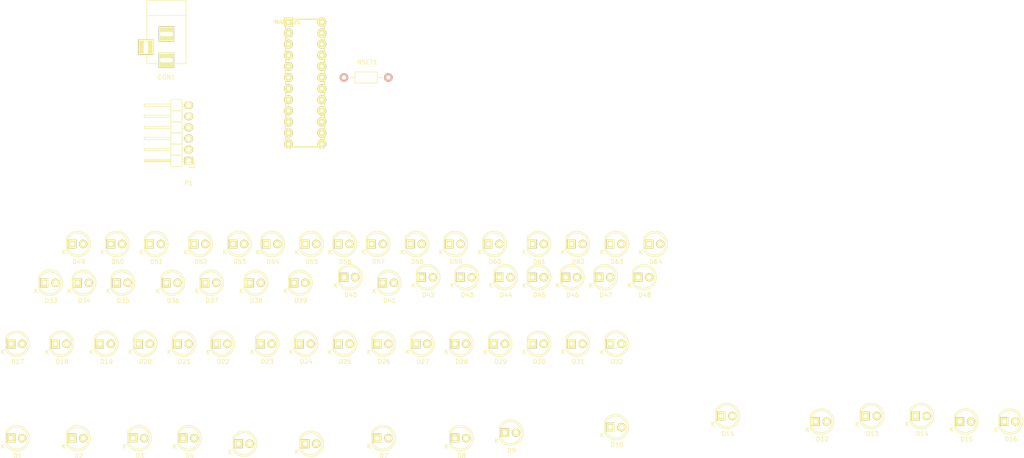
<source format=kicad_pcb>
(kicad_pcb (version 4) (host pcbnew 4.0.2-stable)

  (general
    (links 139)
    (no_connects 139)
    (area 72.09094 53.184379 273.965392 166.329)
    (thickness 1.6)
    (drawings 0)
    (tracks 0)
    (zones 0)
    (modules 68)
    (nets 25)
  )

  (page A4)
  (layers
    (0 F.Cu signal)
    (31 B.Cu signal hide)
    (32 B.Adhes user hide)
    (33 F.Adhes user hide)
    (34 B.Paste user hide)
    (35 F.Paste user hide)
    (36 B.SilkS user hide)
    (37 F.SilkS user hide)
    (38 B.Mask user hide)
    (39 F.Mask user hide)
    (40 Dwgs.User user hide)
    (41 Cmts.User user hide)
    (42 Eco1.User user hide)
    (43 Eco2.User user hide)
    (44 Edge.Cuts user hide)
    (45 Margin user hide)
    (46 B.CrtYd user hide)
    (47 F.CrtYd user hide)
    (48 B.Fab user hide)
    (49 F.Fab user hide)
  )

  (setup
    (last_trace_width 0.25)
    (trace_clearance 0.2)
    (zone_clearance 0.508)
    (zone_45_only no)
    (trace_min 0.2)
    (segment_width 0.2)
    (edge_width 0.15)
    (via_size 0.6)
    (via_drill 0.4)
    (via_min_size 0.4)
    (via_min_drill 0.3)
    (uvia_size 0.3)
    (uvia_drill 0.1)
    (uvias_allowed no)
    (uvia_min_size 0.2)
    (uvia_min_drill 0.1)
    (pcb_text_width 0.3)
    (pcb_text_size 1.5 1.5)
    (mod_edge_width 0.15)
    (mod_text_size 1 1)
    (mod_text_width 0.15)
    (pad_size 1.524 1.524)
    (pad_drill 0.762)
    (pad_to_mask_clearance 0.2)
    (aux_axis_origin 0 0)
    (visible_elements FFFFFF7F)
    (pcbplotparams
      (layerselection 0x00030_80000001)
      (usegerberextensions false)
      (excludeedgelayer true)
      (linewidth 0.100000)
      (plotframeref false)
      (viasonmask false)
      (mode 1)
      (useauxorigin false)
      (hpglpennumber 1)
      (hpglpenspeed 20)
      (hpglpendiameter 15)
      (hpglpenoverlay 2)
      (psnegative false)
      (psa4output false)
      (plotreference true)
      (plotvalue true)
      (plotinvisibletext false)
      (padsonsilk false)
      (subtractmaskfromsilk false)
      (outputformat 1)
      (mirror false)
      (drillshape 1)
      (scaleselection 1)
      (outputdirectory ""))
  )

  (net 0 "")
  (net 1 VCC)
  (net 2 GND)
  (net 3 "Net-(CON1-Pad3)")
  (net 4 /DIG0)
  (net 5 /SEGA)
  (net 6 /SEGB)
  (net 7 /SEGC)
  (net 8 /SEGD)
  (net 9 /SEGE)
  (net 10 /SEGF)
  (net 11 /SEGG)
  (net 12 /SEGDP)
  (net 13 /DIG1)
  (net 14 /DIG2)
  (net 15 /DIG3)
  (net 16 /DIG4)
  (net 17 /DIG5)
  (net 18 /DIG6)
  (net 19 /DIG7)
  (net 20 "Net-(P1-Pad1)")
  (net 21 "Net-(P1-Pad2)")
  (net 22 "Net-(P1-Pad3)")
  (net 23 "Net-(P1-Pad4)")
  (net 24 "Net-(RSET1-Pad2)")

  (net_class Default "This is the default net class."
    (clearance 0.2)
    (trace_width 0.25)
    (via_dia 0.6)
    (via_drill 0.4)
    (uvia_dia 0.3)
    (uvia_drill 0.1)
    (add_net /DIG0)
    (add_net /DIG1)
    (add_net /DIG2)
    (add_net /DIG3)
    (add_net /DIG4)
    (add_net /DIG5)
    (add_net /DIG6)
    (add_net /DIG7)
    (add_net /SEGA)
    (add_net /SEGB)
    (add_net /SEGC)
    (add_net /SEGD)
    (add_net /SEGDP)
    (add_net /SEGE)
    (add_net /SEGF)
    (add_net /SEGG)
    (add_net GND)
    (add_net "Net-(CON1-Pad3)")
    (add_net "Net-(P1-Pad1)")
    (add_net "Net-(P1-Pad2)")
    (add_net "Net-(P1-Pad3)")
    (add_net "Net-(P1-Pad4)")
    (add_net "Net-(RSET1-Pad2)")
    (add_net VCC)
  )

  (module Connect:BARREL_JACK (layer F.Cu) (tedit 0) (tstamp 579756DE)
    (at 78.74 60.96 270)
    (descr "DC Barrel Jack")
    (tags "Power Jack")
    (path /5797313B)
    (fp_text reference CON1 (at 10.09904 0 360) (layer F.SilkS)
      (effects (font (size 1 1) (thickness 0.15)))
    )
    (fp_text value BARREL_JACK (at 0 -5.99948 270) (layer F.Fab)
      (effects (font (size 1 1) (thickness 0.15)))
    )
    (fp_line (start -4.0005 -4.50088) (end -4.0005 4.50088) (layer F.SilkS) (width 0.15))
    (fp_line (start -7.50062 -4.50088) (end -7.50062 4.50088) (layer F.SilkS) (width 0.15))
    (fp_line (start -7.50062 4.50088) (end 7.00024 4.50088) (layer F.SilkS) (width 0.15))
    (fp_line (start 7.00024 4.50088) (end 7.00024 -4.50088) (layer F.SilkS) (width 0.15))
    (fp_line (start 7.00024 -4.50088) (end -7.50062 -4.50088) (layer F.SilkS) (width 0.15))
    (pad 1 thru_hole rect (at 6.20014 0 270) (size 3.50012 3.50012) (drill oval 1.00076 2.99974) (layers *.Cu *.Mask F.SilkS)
      (net 1 VCC))
    (pad 2 thru_hole rect (at 0.20066 0 270) (size 3.50012 3.50012) (drill oval 1.00076 2.99974) (layers *.Cu *.Mask F.SilkS)
      (net 2 GND))
    (pad 3 thru_hole rect (at 3.2004 4.699 270) (size 3.50012 3.50012) (drill oval 2.99974 1.00076) (layers *.Cu *.Mask F.SilkS)
      (net 3 "Net-(CON1-Pad3)"))
  )

  (module LEDs:LED-5MM (layer F.Cu) (tedit 5570F7EA) (tstamp 579756EA)
    (at 43.18 153.67)
    (descr "LED 5mm round vertical")
    (tags "LED 5mm round vertical")
    (path /57975758)
    (fp_text reference D1 (at 1.524 4.064) (layer F.SilkS)
      (effects (font (size 1 1) (thickness 0.15)))
    )
    (fp_text value LED (at 1.524 -3.937) (layer F.Fab)
      (effects (font (size 1 1) (thickness 0.15)))
    )
    (fp_line (start -1.5 -1.55) (end -1.5 1.55) (layer F.CrtYd) (width 0.05))
    (fp_arc (start 1.3 0) (end -1.5 1.55) (angle -302) (layer F.CrtYd) (width 0.05))
    (fp_arc (start 1.27 0) (end -1.23 -1.5) (angle 297.5) (layer F.SilkS) (width 0.15))
    (fp_line (start -1.23 1.5) (end -1.23 -1.5) (layer F.SilkS) (width 0.15))
    (fp_circle (center 1.27 0) (end 0.97 -2.5) (layer F.SilkS) (width 0.15))
    (fp_text user K (at -1.905 1.905) (layer F.SilkS)
      (effects (font (size 1 1) (thickness 0.15)))
    )
    (pad 1 thru_hole rect (at 0 0 90) (size 2 1.9) (drill 1.00076) (layers *.Cu *.Mask F.SilkS)
      (net 4 /DIG0))
    (pad 2 thru_hole circle (at 2.54 0) (size 1.9 1.9) (drill 1.00076) (layers *.Cu *.Mask F.SilkS)
      (net 5 /SEGA))
    (model LEDs.3dshapes/LED-5MM.wrl
      (at (xyz 0.05 0 0))
      (scale (xyz 1 1 1))
      (rotate (xyz 0 0 90))
    )
  )

  (module LEDs:LED-5MM (layer F.Cu) (tedit 5570F7EA) (tstamp 579756F6)
    (at 57.15 153.67)
    (descr "LED 5mm round vertical")
    (tags "LED 5mm round vertical")
    (path /5797575E)
    (fp_text reference D2 (at 1.524 4.064) (layer F.SilkS)
      (effects (font (size 1 1) (thickness 0.15)))
    )
    (fp_text value LED (at 1.524 -3.937) (layer F.Fab)
      (effects (font (size 1 1) (thickness 0.15)))
    )
    (fp_line (start -1.5 -1.55) (end -1.5 1.55) (layer F.CrtYd) (width 0.05))
    (fp_arc (start 1.3 0) (end -1.5 1.55) (angle -302) (layer F.CrtYd) (width 0.05))
    (fp_arc (start 1.27 0) (end -1.23 -1.5) (angle 297.5) (layer F.SilkS) (width 0.15))
    (fp_line (start -1.23 1.5) (end -1.23 -1.5) (layer F.SilkS) (width 0.15))
    (fp_circle (center 1.27 0) (end 0.97 -2.5) (layer F.SilkS) (width 0.15))
    (fp_text user K (at -1.905 1.905) (layer F.SilkS)
      (effects (font (size 1 1) (thickness 0.15)))
    )
    (pad 1 thru_hole rect (at 0 0 90) (size 2 1.9) (drill 1.00076) (layers *.Cu *.Mask F.SilkS)
      (net 4 /DIG0))
    (pad 2 thru_hole circle (at 2.54 0) (size 1.9 1.9) (drill 1.00076) (layers *.Cu *.Mask F.SilkS)
      (net 6 /SEGB))
    (model LEDs.3dshapes/LED-5MM.wrl
      (at (xyz 0.05 0 0))
      (scale (xyz 1 1 1))
      (rotate (xyz 0 0 90))
    )
  )

  (module LEDs:LED-5MM (layer F.Cu) (tedit 5570F7EA) (tstamp 57975702)
    (at 71.12 153.67)
    (descr "LED 5mm round vertical")
    (tags "LED 5mm round vertical")
    (path /57975764)
    (fp_text reference D3 (at 1.524 4.064) (layer F.SilkS)
      (effects (font (size 1 1) (thickness 0.15)))
    )
    (fp_text value LED (at 1.524 -3.937) (layer F.Fab)
      (effects (font (size 1 1) (thickness 0.15)))
    )
    (fp_line (start -1.5 -1.55) (end -1.5 1.55) (layer F.CrtYd) (width 0.05))
    (fp_arc (start 1.3 0) (end -1.5 1.55) (angle -302) (layer F.CrtYd) (width 0.05))
    (fp_arc (start 1.27 0) (end -1.23 -1.5) (angle 297.5) (layer F.SilkS) (width 0.15))
    (fp_line (start -1.23 1.5) (end -1.23 -1.5) (layer F.SilkS) (width 0.15))
    (fp_circle (center 1.27 0) (end 0.97 -2.5) (layer F.SilkS) (width 0.15))
    (fp_text user K (at -1.905 1.905) (layer F.SilkS)
      (effects (font (size 1 1) (thickness 0.15)))
    )
    (pad 1 thru_hole rect (at 0 0 90) (size 2 1.9) (drill 1.00076) (layers *.Cu *.Mask F.SilkS)
      (net 4 /DIG0))
    (pad 2 thru_hole circle (at 2.54 0) (size 1.9 1.9) (drill 1.00076) (layers *.Cu *.Mask F.SilkS)
      (net 7 /SEGC))
    (model LEDs.3dshapes/LED-5MM.wrl
      (at (xyz 0.05 0 0))
      (scale (xyz 1 1 1))
      (rotate (xyz 0 0 90))
    )
  )

  (module LEDs:LED-5MM (layer F.Cu) (tedit 5570F7EA) (tstamp 5797570E)
    (at 82.55 153.67)
    (descr "LED 5mm round vertical")
    (tags "LED 5mm round vertical")
    (path /5797576A)
    (fp_text reference D4 (at 1.524 4.064) (layer F.SilkS)
      (effects (font (size 1 1) (thickness 0.15)))
    )
    (fp_text value LED (at 1.524 -3.937) (layer F.Fab)
      (effects (font (size 1 1) (thickness 0.15)))
    )
    (fp_line (start -1.5 -1.55) (end -1.5 1.55) (layer F.CrtYd) (width 0.05))
    (fp_arc (start 1.3 0) (end -1.5 1.55) (angle -302) (layer F.CrtYd) (width 0.05))
    (fp_arc (start 1.27 0) (end -1.23 -1.5) (angle 297.5) (layer F.SilkS) (width 0.15))
    (fp_line (start -1.23 1.5) (end -1.23 -1.5) (layer F.SilkS) (width 0.15))
    (fp_circle (center 1.27 0) (end 0.97 -2.5) (layer F.SilkS) (width 0.15))
    (fp_text user K (at -1.905 1.905) (layer F.SilkS)
      (effects (font (size 1 1) (thickness 0.15)))
    )
    (pad 1 thru_hole rect (at 0 0 90) (size 2 1.9) (drill 1.00076) (layers *.Cu *.Mask F.SilkS)
      (net 4 /DIG0))
    (pad 2 thru_hole circle (at 2.54 0) (size 1.9 1.9) (drill 1.00076) (layers *.Cu *.Mask F.SilkS)
      (net 8 /SEGD))
    (model LEDs.3dshapes/LED-5MM.wrl
      (at (xyz 0.05 0 0))
      (scale (xyz 1 1 1))
      (rotate (xyz 0 0 90))
    )
  )

  (module LEDs:LED-5MM (layer F.Cu) (tedit 5570F7EA) (tstamp 5797571A)
    (at 95.25 154.94)
    (descr "LED 5mm round vertical")
    (tags "LED 5mm round vertical")
    (path /57975770)
    (fp_text reference D5 (at 1.524 4.064) (layer F.SilkS)
      (effects (font (size 1 1) (thickness 0.15)))
    )
    (fp_text value LED (at 1.524 -3.937) (layer F.Fab)
      (effects (font (size 1 1) (thickness 0.15)))
    )
    (fp_line (start -1.5 -1.55) (end -1.5 1.55) (layer F.CrtYd) (width 0.05))
    (fp_arc (start 1.3 0) (end -1.5 1.55) (angle -302) (layer F.CrtYd) (width 0.05))
    (fp_arc (start 1.27 0) (end -1.23 -1.5) (angle 297.5) (layer F.SilkS) (width 0.15))
    (fp_line (start -1.23 1.5) (end -1.23 -1.5) (layer F.SilkS) (width 0.15))
    (fp_circle (center 1.27 0) (end 0.97 -2.5) (layer F.SilkS) (width 0.15))
    (fp_text user K (at -1.905 1.905) (layer F.SilkS)
      (effects (font (size 1 1) (thickness 0.15)))
    )
    (pad 1 thru_hole rect (at 0 0 90) (size 2 1.9) (drill 1.00076) (layers *.Cu *.Mask F.SilkS)
      (net 4 /DIG0))
    (pad 2 thru_hole circle (at 2.54 0) (size 1.9 1.9) (drill 1.00076) (layers *.Cu *.Mask F.SilkS)
      (net 9 /SEGE))
    (model LEDs.3dshapes/LED-5MM.wrl
      (at (xyz 0.05 0 0))
      (scale (xyz 1 1 1))
      (rotate (xyz 0 0 90))
    )
  )

  (module LEDs:LED-5MM (layer F.Cu) (tedit 5570F7EA) (tstamp 57975726)
    (at 110.49 154.94)
    (descr "LED 5mm round vertical")
    (tags "LED 5mm round vertical")
    (path /57975776)
    (fp_text reference D6 (at 1.524 4.064) (layer F.SilkS)
      (effects (font (size 1 1) (thickness 0.15)))
    )
    (fp_text value LED (at 1.524 -3.937) (layer F.Fab)
      (effects (font (size 1 1) (thickness 0.15)))
    )
    (fp_line (start -1.5 -1.55) (end -1.5 1.55) (layer F.CrtYd) (width 0.05))
    (fp_arc (start 1.3 0) (end -1.5 1.55) (angle -302) (layer F.CrtYd) (width 0.05))
    (fp_arc (start 1.27 0) (end -1.23 -1.5) (angle 297.5) (layer F.SilkS) (width 0.15))
    (fp_line (start -1.23 1.5) (end -1.23 -1.5) (layer F.SilkS) (width 0.15))
    (fp_circle (center 1.27 0) (end 0.97 -2.5) (layer F.SilkS) (width 0.15))
    (fp_text user K (at -1.905 1.905) (layer F.SilkS)
      (effects (font (size 1 1) (thickness 0.15)))
    )
    (pad 1 thru_hole rect (at 0 0 90) (size 2 1.9) (drill 1.00076) (layers *.Cu *.Mask F.SilkS)
      (net 4 /DIG0))
    (pad 2 thru_hole circle (at 2.54 0) (size 1.9 1.9) (drill 1.00076) (layers *.Cu *.Mask F.SilkS)
      (net 10 /SEGF))
    (model LEDs.3dshapes/LED-5MM.wrl
      (at (xyz 0.05 0 0))
      (scale (xyz 1 1 1))
      (rotate (xyz 0 0 90))
    )
  )

  (module LEDs:LED-5MM (layer F.Cu) (tedit 5570F7EA) (tstamp 57975732)
    (at 127 153.67)
    (descr "LED 5mm round vertical")
    (tags "LED 5mm round vertical")
    (path /5797577C)
    (fp_text reference D7 (at 1.524 4.064) (layer F.SilkS)
      (effects (font (size 1 1) (thickness 0.15)))
    )
    (fp_text value LED (at 1.524 -3.937) (layer F.Fab)
      (effects (font (size 1 1) (thickness 0.15)))
    )
    (fp_line (start -1.5 -1.55) (end -1.5 1.55) (layer F.CrtYd) (width 0.05))
    (fp_arc (start 1.3 0) (end -1.5 1.55) (angle -302) (layer F.CrtYd) (width 0.05))
    (fp_arc (start 1.27 0) (end -1.23 -1.5) (angle 297.5) (layer F.SilkS) (width 0.15))
    (fp_line (start -1.23 1.5) (end -1.23 -1.5) (layer F.SilkS) (width 0.15))
    (fp_circle (center 1.27 0) (end 0.97 -2.5) (layer F.SilkS) (width 0.15))
    (fp_text user K (at -1.905 1.905) (layer F.SilkS)
      (effects (font (size 1 1) (thickness 0.15)))
    )
    (pad 1 thru_hole rect (at 0 0 90) (size 2 1.9) (drill 1.00076) (layers *.Cu *.Mask F.SilkS)
      (net 4 /DIG0))
    (pad 2 thru_hole circle (at 2.54 0) (size 1.9 1.9) (drill 1.00076) (layers *.Cu *.Mask F.SilkS)
      (net 11 /SEGG))
    (model LEDs.3dshapes/LED-5MM.wrl
      (at (xyz 0.05 0 0))
      (scale (xyz 1 1 1))
      (rotate (xyz 0 0 90))
    )
  )

  (module LEDs:LED-5MM (layer F.Cu) (tedit 5570F7EA) (tstamp 5797573E)
    (at 144.78 153.67)
    (descr "LED 5mm round vertical")
    (tags "LED 5mm round vertical")
    (path /57975782)
    (fp_text reference D8 (at 1.524 4.064) (layer F.SilkS)
      (effects (font (size 1 1) (thickness 0.15)))
    )
    (fp_text value LED (at 1.524 -3.937) (layer F.Fab)
      (effects (font (size 1 1) (thickness 0.15)))
    )
    (fp_line (start -1.5 -1.55) (end -1.5 1.55) (layer F.CrtYd) (width 0.05))
    (fp_arc (start 1.3 0) (end -1.5 1.55) (angle -302) (layer F.CrtYd) (width 0.05))
    (fp_arc (start 1.27 0) (end -1.23 -1.5) (angle 297.5) (layer F.SilkS) (width 0.15))
    (fp_line (start -1.23 1.5) (end -1.23 -1.5) (layer F.SilkS) (width 0.15))
    (fp_circle (center 1.27 0) (end 0.97 -2.5) (layer F.SilkS) (width 0.15))
    (fp_text user K (at -1.905 1.905) (layer F.SilkS)
      (effects (font (size 1 1) (thickness 0.15)))
    )
    (pad 1 thru_hole rect (at 0 0 90) (size 2 1.9) (drill 1.00076) (layers *.Cu *.Mask F.SilkS)
      (net 4 /DIG0))
    (pad 2 thru_hole circle (at 2.54 0) (size 1.9 1.9) (drill 1.00076) (layers *.Cu *.Mask F.SilkS)
      (net 12 /SEGDP))
    (model LEDs.3dshapes/LED-5MM.wrl
      (at (xyz 0.05 0 0))
      (scale (xyz 1 1 1))
      (rotate (xyz 0 0 90))
    )
  )

  (module LEDs:LED-5MM (layer F.Cu) (tedit 5570F7EA) (tstamp 5797574A)
    (at 156.21 152.4)
    (descr "LED 5mm round vertical")
    (tags "LED 5mm round vertical")
    (path /5797355C)
    (fp_text reference D9 (at 1.524 4.064) (layer F.SilkS)
      (effects (font (size 1 1) (thickness 0.15)))
    )
    (fp_text value LED (at 1.524 -3.937) (layer F.Fab)
      (effects (font (size 1 1) (thickness 0.15)))
    )
    (fp_line (start -1.5 -1.55) (end -1.5 1.55) (layer F.CrtYd) (width 0.05))
    (fp_arc (start 1.3 0) (end -1.5 1.55) (angle -302) (layer F.CrtYd) (width 0.05))
    (fp_arc (start 1.27 0) (end -1.23 -1.5) (angle 297.5) (layer F.SilkS) (width 0.15))
    (fp_line (start -1.23 1.5) (end -1.23 -1.5) (layer F.SilkS) (width 0.15))
    (fp_circle (center 1.27 0) (end 0.97 -2.5) (layer F.SilkS) (width 0.15))
    (fp_text user K (at -1.905 1.905) (layer F.SilkS)
      (effects (font (size 1 1) (thickness 0.15)))
    )
    (pad 1 thru_hole rect (at 0 0 90) (size 2 1.9) (drill 1.00076) (layers *.Cu *.Mask F.SilkS)
      (net 13 /DIG1))
    (pad 2 thru_hole circle (at 2.54 0) (size 1.9 1.9) (drill 1.00076) (layers *.Cu *.Mask F.SilkS)
      (net 5 /SEGA))
    (model LEDs.3dshapes/LED-5MM.wrl
      (at (xyz 0.05 0 0))
      (scale (xyz 1 1 1))
      (rotate (xyz 0 0 90))
    )
  )

  (module LEDs:LED-5MM (layer F.Cu) (tedit 5570F7EA) (tstamp 57975756)
    (at 180.34 151.13)
    (descr "LED 5mm round vertical")
    (tags "LED 5mm round vertical")
    (path /579735A0)
    (fp_text reference D10 (at 1.524 4.064) (layer F.SilkS)
      (effects (font (size 1 1) (thickness 0.15)))
    )
    (fp_text value LED (at 1.524 -3.937) (layer F.Fab)
      (effects (font (size 1 1) (thickness 0.15)))
    )
    (fp_line (start -1.5 -1.55) (end -1.5 1.55) (layer F.CrtYd) (width 0.05))
    (fp_arc (start 1.3 0) (end -1.5 1.55) (angle -302) (layer F.CrtYd) (width 0.05))
    (fp_arc (start 1.27 0) (end -1.23 -1.5) (angle 297.5) (layer F.SilkS) (width 0.15))
    (fp_line (start -1.23 1.5) (end -1.23 -1.5) (layer F.SilkS) (width 0.15))
    (fp_circle (center 1.27 0) (end 0.97 -2.5) (layer F.SilkS) (width 0.15))
    (fp_text user K (at -1.905 1.905) (layer F.SilkS)
      (effects (font (size 1 1) (thickness 0.15)))
    )
    (pad 1 thru_hole rect (at 0 0 90) (size 2 1.9) (drill 1.00076) (layers *.Cu *.Mask F.SilkS)
      (net 13 /DIG1))
    (pad 2 thru_hole circle (at 2.54 0) (size 1.9 1.9) (drill 1.00076) (layers *.Cu *.Mask F.SilkS)
      (net 6 /SEGB))
    (model LEDs.3dshapes/LED-5MM.wrl
      (at (xyz 0.05 0 0))
      (scale (xyz 1 1 1))
      (rotate (xyz 0 0 90))
    )
  )

  (module LEDs:LED-5MM (layer F.Cu) (tedit 5570F7EA) (tstamp 57975762)
    (at 205.74 148.59)
    (descr "LED 5mm round vertical")
    (tags "LED 5mm round vertical")
    (path /579735C7)
    (fp_text reference D11 (at 1.524 4.064) (layer F.SilkS)
      (effects (font (size 1 1) (thickness 0.15)))
    )
    (fp_text value LED (at 1.524 -3.937) (layer F.Fab)
      (effects (font (size 1 1) (thickness 0.15)))
    )
    (fp_line (start -1.5 -1.55) (end -1.5 1.55) (layer F.CrtYd) (width 0.05))
    (fp_arc (start 1.3 0) (end -1.5 1.55) (angle -302) (layer F.CrtYd) (width 0.05))
    (fp_arc (start 1.27 0) (end -1.23 -1.5) (angle 297.5) (layer F.SilkS) (width 0.15))
    (fp_line (start -1.23 1.5) (end -1.23 -1.5) (layer F.SilkS) (width 0.15))
    (fp_circle (center 1.27 0) (end 0.97 -2.5) (layer F.SilkS) (width 0.15))
    (fp_text user K (at -1.905 1.905) (layer F.SilkS)
      (effects (font (size 1 1) (thickness 0.15)))
    )
    (pad 1 thru_hole rect (at 0 0 90) (size 2 1.9) (drill 1.00076) (layers *.Cu *.Mask F.SilkS)
      (net 13 /DIG1))
    (pad 2 thru_hole circle (at 2.54 0) (size 1.9 1.9) (drill 1.00076) (layers *.Cu *.Mask F.SilkS)
      (net 7 /SEGC))
    (model LEDs.3dshapes/LED-5MM.wrl
      (at (xyz 0.05 0 0))
      (scale (xyz 1 1 1))
      (rotate (xyz 0 0 90))
    )
  )

  (module LEDs:LED-5MM (layer F.Cu) (tedit 5570F7EA) (tstamp 5797576E)
    (at 227.33 149.86)
    (descr "LED 5mm round vertical")
    (tags "LED 5mm round vertical")
    (path /579735F3)
    (fp_text reference D12 (at 1.524 4.064) (layer F.SilkS)
      (effects (font (size 1 1) (thickness 0.15)))
    )
    (fp_text value LED (at 1.524 -3.937) (layer F.Fab)
      (effects (font (size 1 1) (thickness 0.15)))
    )
    (fp_line (start -1.5 -1.55) (end -1.5 1.55) (layer F.CrtYd) (width 0.05))
    (fp_arc (start 1.3 0) (end -1.5 1.55) (angle -302) (layer F.CrtYd) (width 0.05))
    (fp_arc (start 1.27 0) (end -1.23 -1.5) (angle 297.5) (layer F.SilkS) (width 0.15))
    (fp_line (start -1.23 1.5) (end -1.23 -1.5) (layer F.SilkS) (width 0.15))
    (fp_circle (center 1.27 0) (end 0.97 -2.5) (layer F.SilkS) (width 0.15))
    (fp_text user K (at -1.905 1.905) (layer F.SilkS)
      (effects (font (size 1 1) (thickness 0.15)))
    )
    (pad 1 thru_hole rect (at 0 0 90) (size 2 1.9) (drill 1.00076) (layers *.Cu *.Mask F.SilkS)
      (net 13 /DIG1))
    (pad 2 thru_hole circle (at 2.54 0) (size 1.9 1.9) (drill 1.00076) (layers *.Cu *.Mask F.SilkS)
      (net 8 /SEGD))
    (model LEDs.3dshapes/LED-5MM.wrl
      (at (xyz 0.05 0 0))
      (scale (xyz 1 1 1))
      (rotate (xyz 0 0 90))
    )
  )

  (module LEDs:LED-5MM (layer F.Cu) (tedit 5570F7EA) (tstamp 5797577A)
    (at 238.76 148.59)
    (descr "LED 5mm round vertical")
    (tags "LED 5mm round vertical")
    (path /5797361C)
    (fp_text reference D13 (at 1.524 4.064) (layer F.SilkS)
      (effects (font (size 1 1) (thickness 0.15)))
    )
    (fp_text value LED (at 1.524 -3.937) (layer F.Fab)
      (effects (font (size 1 1) (thickness 0.15)))
    )
    (fp_line (start -1.5 -1.55) (end -1.5 1.55) (layer F.CrtYd) (width 0.05))
    (fp_arc (start 1.3 0) (end -1.5 1.55) (angle -302) (layer F.CrtYd) (width 0.05))
    (fp_arc (start 1.27 0) (end -1.23 -1.5) (angle 297.5) (layer F.SilkS) (width 0.15))
    (fp_line (start -1.23 1.5) (end -1.23 -1.5) (layer F.SilkS) (width 0.15))
    (fp_circle (center 1.27 0) (end 0.97 -2.5) (layer F.SilkS) (width 0.15))
    (fp_text user K (at -1.905 1.905) (layer F.SilkS)
      (effects (font (size 1 1) (thickness 0.15)))
    )
    (pad 1 thru_hole rect (at 0 0 90) (size 2 1.9) (drill 1.00076) (layers *.Cu *.Mask F.SilkS)
      (net 13 /DIG1))
    (pad 2 thru_hole circle (at 2.54 0) (size 1.9 1.9) (drill 1.00076) (layers *.Cu *.Mask F.SilkS)
      (net 9 /SEGE))
    (model LEDs.3dshapes/LED-5MM.wrl
      (at (xyz 0.05 0 0))
      (scale (xyz 1 1 1))
      (rotate (xyz 0 0 90))
    )
  )

  (module LEDs:LED-5MM (layer F.Cu) (tedit 5570F7EA) (tstamp 57975786)
    (at 250.19 148.59)
    (descr "LED 5mm round vertical")
    (tags "LED 5mm round vertical")
    (path /57973647)
    (fp_text reference D14 (at 1.524 4.064) (layer F.SilkS)
      (effects (font (size 1 1) (thickness 0.15)))
    )
    (fp_text value LED (at 1.524 -3.937) (layer F.Fab)
      (effects (font (size 1 1) (thickness 0.15)))
    )
    (fp_line (start -1.5 -1.55) (end -1.5 1.55) (layer F.CrtYd) (width 0.05))
    (fp_arc (start 1.3 0) (end -1.5 1.55) (angle -302) (layer F.CrtYd) (width 0.05))
    (fp_arc (start 1.27 0) (end -1.23 -1.5) (angle 297.5) (layer F.SilkS) (width 0.15))
    (fp_line (start -1.23 1.5) (end -1.23 -1.5) (layer F.SilkS) (width 0.15))
    (fp_circle (center 1.27 0) (end 0.97 -2.5) (layer F.SilkS) (width 0.15))
    (fp_text user K (at -1.905 1.905) (layer F.SilkS)
      (effects (font (size 1 1) (thickness 0.15)))
    )
    (pad 1 thru_hole rect (at 0 0 90) (size 2 1.9) (drill 1.00076) (layers *.Cu *.Mask F.SilkS)
      (net 13 /DIG1))
    (pad 2 thru_hole circle (at 2.54 0) (size 1.9 1.9) (drill 1.00076) (layers *.Cu *.Mask F.SilkS)
      (net 10 /SEGF))
    (model LEDs.3dshapes/LED-5MM.wrl
      (at (xyz 0.05 0 0))
      (scale (xyz 1 1 1))
      (rotate (xyz 0 0 90))
    )
  )

  (module LEDs:LED-5MM (layer F.Cu) (tedit 5570F7EA) (tstamp 57975792)
    (at 260.35 149.86)
    (descr "LED 5mm round vertical")
    (tags "LED 5mm round vertical")
    (path /57973675)
    (fp_text reference D15 (at 1.524 4.064) (layer F.SilkS)
      (effects (font (size 1 1) (thickness 0.15)))
    )
    (fp_text value LED (at 1.524 -3.937) (layer F.Fab)
      (effects (font (size 1 1) (thickness 0.15)))
    )
    (fp_line (start -1.5 -1.55) (end -1.5 1.55) (layer F.CrtYd) (width 0.05))
    (fp_arc (start 1.3 0) (end -1.5 1.55) (angle -302) (layer F.CrtYd) (width 0.05))
    (fp_arc (start 1.27 0) (end -1.23 -1.5) (angle 297.5) (layer F.SilkS) (width 0.15))
    (fp_line (start -1.23 1.5) (end -1.23 -1.5) (layer F.SilkS) (width 0.15))
    (fp_circle (center 1.27 0) (end 0.97 -2.5) (layer F.SilkS) (width 0.15))
    (fp_text user K (at -1.905 1.905) (layer F.SilkS)
      (effects (font (size 1 1) (thickness 0.15)))
    )
    (pad 1 thru_hole rect (at 0 0 90) (size 2 1.9) (drill 1.00076) (layers *.Cu *.Mask F.SilkS)
      (net 13 /DIG1))
    (pad 2 thru_hole circle (at 2.54 0) (size 1.9 1.9) (drill 1.00076) (layers *.Cu *.Mask F.SilkS)
      (net 11 /SEGG))
    (model LEDs.3dshapes/LED-5MM.wrl
      (at (xyz 0.05 0 0))
      (scale (xyz 1 1 1))
      (rotate (xyz 0 0 90))
    )
  )

  (module LEDs:LED-5MM (layer F.Cu) (tedit 5570F7EA) (tstamp 5797579E)
    (at 270.51 149.86)
    (descr "LED 5mm round vertical")
    (tags "LED 5mm round vertical")
    (path /579736A8)
    (fp_text reference D16 (at 1.524 4.064) (layer F.SilkS)
      (effects (font (size 1 1) (thickness 0.15)))
    )
    (fp_text value LED (at 1.524 -3.937) (layer F.Fab)
      (effects (font (size 1 1) (thickness 0.15)))
    )
    (fp_line (start -1.5 -1.55) (end -1.5 1.55) (layer F.CrtYd) (width 0.05))
    (fp_arc (start 1.3 0) (end -1.5 1.55) (angle -302) (layer F.CrtYd) (width 0.05))
    (fp_arc (start 1.27 0) (end -1.23 -1.5) (angle 297.5) (layer F.SilkS) (width 0.15))
    (fp_line (start -1.23 1.5) (end -1.23 -1.5) (layer F.SilkS) (width 0.15))
    (fp_circle (center 1.27 0) (end 0.97 -2.5) (layer F.SilkS) (width 0.15))
    (fp_text user K (at -1.905 1.905) (layer F.SilkS)
      (effects (font (size 1 1) (thickness 0.15)))
    )
    (pad 1 thru_hole rect (at 0 0 90) (size 2 1.9) (drill 1.00076) (layers *.Cu *.Mask F.SilkS)
      (net 13 /DIG1))
    (pad 2 thru_hole circle (at 2.54 0) (size 1.9 1.9) (drill 1.00076) (layers *.Cu *.Mask F.SilkS)
      (net 12 /SEGDP))
    (model LEDs.3dshapes/LED-5MM.wrl
      (at (xyz 0.05 0 0))
      (scale (xyz 1 1 1))
      (rotate (xyz 0 0 90))
    )
  )

  (module LEDs:LED-5MM (layer F.Cu) (tedit 5570F7EA) (tstamp 579757AA)
    (at 43.18 132.08)
    (descr "LED 5mm round vertical")
    (tags "LED 5mm round vertical")
    (path /57973F4F)
    (fp_text reference D17 (at 1.524 4.064) (layer F.SilkS)
      (effects (font (size 1 1) (thickness 0.15)))
    )
    (fp_text value LED (at 1.524 -3.937) (layer F.Fab)
      (effects (font (size 1 1) (thickness 0.15)))
    )
    (fp_line (start -1.5 -1.55) (end -1.5 1.55) (layer F.CrtYd) (width 0.05))
    (fp_arc (start 1.3 0) (end -1.5 1.55) (angle -302) (layer F.CrtYd) (width 0.05))
    (fp_arc (start 1.27 0) (end -1.23 -1.5) (angle 297.5) (layer F.SilkS) (width 0.15))
    (fp_line (start -1.23 1.5) (end -1.23 -1.5) (layer F.SilkS) (width 0.15))
    (fp_circle (center 1.27 0) (end 0.97 -2.5) (layer F.SilkS) (width 0.15))
    (fp_text user K (at -1.905 1.905) (layer F.SilkS)
      (effects (font (size 1 1) (thickness 0.15)))
    )
    (pad 1 thru_hole rect (at 0 0 90) (size 2 1.9) (drill 1.00076) (layers *.Cu *.Mask F.SilkS)
      (net 14 /DIG2))
    (pad 2 thru_hole circle (at 2.54 0) (size 1.9 1.9) (drill 1.00076) (layers *.Cu *.Mask F.SilkS)
      (net 5 /SEGA))
    (model LEDs.3dshapes/LED-5MM.wrl
      (at (xyz 0.05 0 0))
      (scale (xyz 1 1 1))
      (rotate (xyz 0 0 90))
    )
  )

  (module LEDs:LED-5MM (layer F.Cu) (tedit 5570F7EA) (tstamp 579757B6)
    (at 53.34 132.08)
    (descr "LED 5mm round vertical")
    (tags "LED 5mm round vertical")
    (path /57973F55)
    (fp_text reference D18 (at 1.524 4.064) (layer F.SilkS)
      (effects (font (size 1 1) (thickness 0.15)))
    )
    (fp_text value LED (at 1.524 -3.937) (layer F.Fab)
      (effects (font (size 1 1) (thickness 0.15)))
    )
    (fp_line (start -1.5 -1.55) (end -1.5 1.55) (layer F.CrtYd) (width 0.05))
    (fp_arc (start 1.3 0) (end -1.5 1.55) (angle -302) (layer F.CrtYd) (width 0.05))
    (fp_arc (start 1.27 0) (end -1.23 -1.5) (angle 297.5) (layer F.SilkS) (width 0.15))
    (fp_line (start -1.23 1.5) (end -1.23 -1.5) (layer F.SilkS) (width 0.15))
    (fp_circle (center 1.27 0) (end 0.97 -2.5) (layer F.SilkS) (width 0.15))
    (fp_text user K (at -1.905 1.905) (layer F.SilkS)
      (effects (font (size 1 1) (thickness 0.15)))
    )
    (pad 1 thru_hole rect (at 0 0 90) (size 2 1.9) (drill 1.00076) (layers *.Cu *.Mask F.SilkS)
      (net 14 /DIG2))
    (pad 2 thru_hole circle (at 2.54 0) (size 1.9 1.9) (drill 1.00076) (layers *.Cu *.Mask F.SilkS)
      (net 6 /SEGB))
    (model LEDs.3dshapes/LED-5MM.wrl
      (at (xyz 0.05 0 0))
      (scale (xyz 1 1 1))
      (rotate (xyz 0 0 90))
    )
  )

  (module LEDs:LED-5MM (layer F.Cu) (tedit 5570F7EA) (tstamp 579757C2)
    (at 63.5 132.08)
    (descr "LED 5mm round vertical")
    (tags "LED 5mm round vertical")
    (path /57973F5B)
    (fp_text reference D19 (at 1.524 4.064) (layer F.SilkS)
      (effects (font (size 1 1) (thickness 0.15)))
    )
    (fp_text value LED (at 1.524 -3.937) (layer F.Fab)
      (effects (font (size 1 1) (thickness 0.15)))
    )
    (fp_line (start -1.5 -1.55) (end -1.5 1.55) (layer F.CrtYd) (width 0.05))
    (fp_arc (start 1.3 0) (end -1.5 1.55) (angle -302) (layer F.CrtYd) (width 0.05))
    (fp_arc (start 1.27 0) (end -1.23 -1.5) (angle 297.5) (layer F.SilkS) (width 0.15))
    (fp_line (start -1.23 1.5) (end -1.23 -1.5) (layer F.SilkS) (width 0.15))
    (fp_circle (center 1.27 0) (end 0.97 -2.5) (layer F.SilkS) (width 0.15))
    (fp_text user K (at -1.905 1.905) (layer F.SilkS)
      (effects (font (size 1 1) (thickness 0.15)))
    )
    (pad 1 thru_hole rect (at 0 0 90) (size 2 1.9) (drill 1.00076) (layers *.Cu *.Mask F.SilkS)
      (net 14 /DIG2))
    (pad 2 thru_hole circle (at 2.54 0) (size 1.9 1.9) (drill 1.00076) (layers *.Cu *.Mask F.SilkS)
      (net 7 /SEGC))
    (model LEDs.3dshapes/LED-5MM.wrl
      (at (xyz 0.05 0 0))
      (scale (xyz 1 1 1))
      (rotate (xyz 0 0 90))
    )
  )

  (module LEDs:LED-5MM (layer F.Cu) (tedit 5570F7EA) (tstamp 579757CE)
    (at 72.39 132.08)
    (descr "LED 5mm round vertical")
    (tags "LED 5mm round vertical")
    (path /57973F61)
    (fp_text reference D20 (at 1.524 4.064) (layer F.SilkS)
      (effects (font (size 1 1) (thickness 0.15)))
    )
    (fp_text value LED (at 1.524 -3.937) (layer F.Fab)
      (effects (font (size 1 1) (thickness 0.15)))
    )
    (fp_line (start -1.5 -1.55) (end -1.5 1.55) (layer F.CrtYd) (width 0.05))
    (fp_arc (start 1.3 0) (end -1.5 1.55) (angle -302) (layer F.CrtYd) (width 0.05))
    (fp_arc (start 1.27 0) (end -1.23 -1.5) (angle 297.5) (layer F.SilkS) (width 0.15))
    (fp_line (start -1.23 1.5) (end -1.23 -1.5) (layer F.SilkS) (width 0.15))
    (fp_circle (center 1.27 0) (end 0.97 -2.5) (layer F.SilkS) (width 0.15))
    (fp_text user K (at -1.905 1.905) (layer F.SilkS)
      (effects (font (size 1 1) (thickness 0.15)))
    )
    (pad 1 thru_hole rect (at 0 0 90) (size 2 1.9) (drill 1.00076) (layers *.Cu *.Mask F.SilkS)
      (net 14 /DIG2))
    (pad 2 thru_hole circle (at 2.54 0) (size 1.9 1.9) (drill 1.00076) (layers *.Cu *.Mask F.SilkS)
      (net 8 /SEGD))
    (model LEDs.3dshapes/LED-5MM.wrl
      (at (xyz 0.05 0 0))
      (scale (xyz 1 1 1))
      (rotate (xyz 0 0 90))
    )
  )

  (module LEDs:LED-5MM (layer F.Cu) (tedit 5570F7EA) (tstamp 579757DA)
    (at 81.28 132.08)
    (descr "LED 5mm round vertical")
    (tags "LED 5mm round vertical")
    (path /57973F67)
    (fp_text reference D21 (at 1.524 4.064) (layer F.SilkS)
      (effects (font (size 1 1) (thickness 0.15)))
    )
    (fp_text value LED (at 1.524 -3.937) (layer F.Fab)
      (effects (font (size 1 1) (thickness 0.15)))
    )
    (fp_line (start -1.5 -1.55) (end -1.5 1.55) (layer F.CrtYd) (width 0.05))
    (fp_arc (start 1.3 0) (end -1.5 1.55) (angle -302) (layer F.CrtYd) (width 0.05))
    (fp_arc (start 1.27 0) (end -1.23 -1.5) (angle 297.5) (layer F.SilkS) (width 0.15))
    (fp_line (start -1.23 1.5) (end -1.23 -1.5) (layer F.SilkS) (width 0.15))
    (fp_circle (center 1.27 0) (end 0.97 -2.5) (layer F.SilkS) (width 0.15))
    (fp_text user K (at -1.905 1.905) (layer F.SilkS)
      (effects (font (size 1 1) (thickness 0.15)))
    )
    (pad 1 thru_hole rect (at 0 0 90) (size 2 1.9) (drill 1.00076) (layers *.Cu *.Mask F.SilkS)
      (net 14 /DIG2))
    (pad 2 thru_hole circle (at 2.54 0) (size 1.9 1.9) (drill 1.00076) (layers *.Cu *.Mask F.SilkS)
      (net 9 /SEGE))
    (model LEDs.3dshapes/LED-5MM.wrl
      (at (xyz 0.05 0 0))
      (scale (xyz 1 1 1))
      (rotate (xyz 0 0 90))
    )
  )

  (module LEDs:LED-5MM (layer F.Cu) (tedit 5570F7EA) (tstamp 579757E6)
    (at 90.17 132.08)
    (descr "LED 5mm round vertical")
    (tags "LED 5mm round vertical")
    (path /57973F6D)
    (fp_text reference D22 (at 1.524 4.064) (layer F.SilkS)
      (effects (font (size 1 1) (thickness 0.15)))
    )
    (fp_text value LED (at 1.524 -3.937) (layer F.Fab)
      (effects (font (size 1 1) (thickness 0.15)))
    )
    (fp_line (start -1.5 -1.55) (end -1.5 1.55) (layer F.CrtYd) (width 0.05))
    (fp_arc (start 1.3 0) (end -1.5 1.55) (angle -302) (layer F.CrtYd) (width 0.05))
    (fp_arc (start 1.27 0) (end -1.23 -1.5) (angle 297.5) (layer F.SilkS) (width 0.15))
    (fp_line (start -1.23 1.5) (end -1.23 -1.5) (layer F.SilkS) (width 0.15))
    (fp_circle (center 1.27 0) (end 0.97 -2.5) (layer F.SilkS) (width 0.15))
    (fp_text user K (at -1.905 1.905) (layer F.SilkS)
      (effects (font (size 1 1) (thickness 0.15)))
    )
    (pad 1 thru_hole rect (at 0 0 90) (size 2 1.9) (drill 1.00076) (layers *.Cu *.Mask F.SilkS)
      (net 14 /DIG2))
    (pad 2 thru_hole circle (at 2.54 0) (size 1.9 1.9) (drill 1.00076) (layers *.Cu *.Mask F.SilkS)
      (net 10 /SEGF))
    (model LEDs.3dshapes/LED-5MM.wrl
      (at (xyz 0.05 0 0))
      (scale (xyz 1 1 1))
      (rotate (xyz 0 0 90))
    )
  )

  (module LEDs:LED-5MM (layer F.Cu) (tedit 5570F7EA) (tstamp 579757F2)
    (at 100.33 132.08)
    (descr "LED 5mm round vertical")
    (tags "LED 5mm round vertical")
    (path /57973F73)
    (fp_text reference D23 (at 1.524 4.064) (layer F.SilkS)
      (effects (font (size 1 1) (thickness 0.15)))
    )
    (fp_text value LED (at 1.524 -3.937) (layer F.Fab)
      (effects (font (size 1 1) (thickness 0.15)))
    )
    (fp_line (start -1.5 -1.55) (end -1.5 1.55) (layer F.CrtYd) (width 0.05))
    (fp_arc (start 1.3 0) (end -1.5 1.55) (angle -302) (layer F.CrtYd) (width 0.05))
    (fp_arc (start 1.27 0) (end -1.23 -1.5) (angle 297.5) (layer F.SilkS) (width 0.15))
    (fp_line (start -1.23 1.5) (end -1.23 -1.5) (layer F.SilkS) (width 0.15))
    (fp_circle (center 1.27 0) (end 0.97 -2.5) (layer F.SilkS) (width 0.15))
    (fp_text user K (at -1.905 1.905) (layer F.SilkS)
      (effects (font (size 1 1) (thickness 0.15)))
    )
    (pad 1 thru_hole rect (at 0 0 90) (size 2 1.9) (drill 1.00076) (layers *.Cu *.Mask F.SilkS)
      (net 14 /DIG2))
    (pad 2 thru_hole circle (at 2.54 0) (size 1.9 1.9) (drill 1.00076) (layers *.Cu *.Mask F.SilkS)
      (net 11 /SEGG))
    (model LEDs.3dshapes/LED-5MM.wrl
      (at (xyz 0.05 0 0))
      (scale (xyz 1 1 1))
      (rotate (xyz 0 0 90))
    )
  )

  (module LEDs:LED-5MM (layer F.Cu) (tedit 5570F7EA) (tstamp 579757FE)
    (at 109.22 132.08)
    (descr "LED 5mm round vertical")
    (tags "LED 5mm round vertical")
    (path /57973F79)
    (fp_text reference D24 (at 1.524 4.064) (layer F.SilkS)
      (effects (font (size 1 1) (thickness 0.15)))
    )
    (fp_text value LED (at 1.524 -3.937) (layer F.Fab)
      (effects (font (size 1 1) (thickness 0.15)))
    )
    (fp_line (start -1.5 -1.55) (end -1.5 1.55) (layer F.CrtYd) (width 0.05))
    (fp_arc (start 1.3 0) (end -1.5 1.55) (angle -302) (layer F.CrtYd) (width 0.05))
    (fp_arc (start 1.27 0) (end -1.23 -1.5) (angle 297.5) (layer F.SilkS) (width 0.15))
    (fp_line (start -1.23 1.5) (end -1.23 -1.5) (layer F.SilkS) (width 0.15))
    (fp_circle (center 1.27 0) (end 0.97 -2.5) (layer F.SilkS) (width 0.15))
    (fp_text user K (at -1.905 1.905) (layer F.SilkS)
      (effects (font (size 1 1) (thickness 0.15)))
    )
    (pad 1 thru_hole rect (at 0 0 90) (size 2 1.9) (drill 1.00076) (layers *.Cu *.Mask F.SilkS)
      (net 14 /DIG2))
    (pad 2 thru_hole circle (at 2.54 0) (size 1.9 1.9) (drill 1.00076) (layers *.Cu *.Mask F.SilkS)
      (net 12 /SEGDP))
    (model LEDs.3dshapes/LED-5MM.wrl
      (at (xyz 0.05 0 0))
      (scale (xyz 1 1 1))
      (rotate (xyz 0 0 90))
    )
  )

  (module LEDs:LED-5MM (layer F.Cu) (tedit 5570F7EA) (tstamp 5797580A)
    (at 118.11 132.08)
    (descr "LED 5mm round vertical")
    (tags "LED 5mm round vertical")
    (path /57975A3D)
    (fp_text reference D25 (at 1.524 4.064) (layer F.SilkS)
      (effects (font (size 1 1) (thickness 0.15)))
    )
    (fp_text value LED (at 1.524 -3.937) (layer F.Fab)
      (effects (font (size 1 1) (thickness 0.15)))
    )
    (fp_line (start -1.5 -1.55) (end -1.5 1.55) (layer F.CrtYd) (width 0.05))
    (fp_arc (start 1.3 0) (end -1.5 1.55) (angle -302) (layer F.CrtYd) (width 0.05))
    (fp_arc (start 1.27 0) (end -1.23 -1.5) (angle 297.5) (layer F.SilkS) (width 0.15))
    (fp_line (start -1.23 1.5) (end -1.23 -1.5) (layer F.SilkS) (width 0.15))
    (fp_circle (center 1.27 0) (end 0.97 -2.5) (layer F.SilkS) (width 0.15))
    (fp_text user K (at -1.905 1.905) (layer F.SilkS)
      (effects (font (size 1 1) (thickness 0.15)))
    )
    (pad 1 thru_hole rect (at 0 0 90) (size 2 1.9) (drill 1.00076) (layers *.Cu *.Mask F.SilkS)
      (net 15 /DIG3))
    (pad 2 thru_hole circle (at 2.54 0) (size 1.9 1.9) (drill 1.00076) (layers *.Cu *.Mask F.SilkS)
      (net 5 /SEGA))
    (model LEDs.3dshapes/LED-5MM.wrl
      (at (xyz 0.05 0 0))
      (scale (xyz 1 1 1))
      (rotate (xyz 0 0 90))
    )
  )

  (module LEDs:LED-5MM (layer F.Cu) (tedit 5570F7EA) (tstamp 57975816)
    (at 127 132.08)
    (descr "LED 5mm round vertical")
    (tags "LED 5mm round vertical")
    (path /57975A43)
    (fp_text reference D26 (at 1.524 4.064) (layer F.SilkS)
      (effects (font (size 1 1) (thickness 0.15)))
    )
    (fp_text value LED (at 1.524 -3.937) (layer F.Fab)
      (effects (font (size 1 1) (thickness 0.15)))
    )
    (fp_line (start -1.5 -1.55) (end -1.5 1.55) (layer F.CrtYd) (width 0.05))
    (fp_arc (start 1.3 0) (end -1.5 1.55) (angle -302) (layer F.CrtYd) (width 0.05))
    (fp_arc (start 1.27 0) (end -1.23 -1.5) (angle 297.5) (layer F.SilkS) (width 0.15))
    (fp_line (start -1.23 1.5) (end -1.23 -1.5) (layer F.SilkS) (width 0.15))
    (fp_circle (center 1.27 0) (end 0.97 -2.5) (layer F.SilkS) (width 0.15))
    (fp_text user K (at -1.905 1.905) (layer F.SilkS)
      (effects (font (size 1 1) (thickness 0.15)))
    )
    (pad 1 thru_hole rect (at 0 0 90) (size 2 1.9) (drill 1.00076) (layers *.Cu *.Mask F.SilkS)
      (net 15 /DIG3))
    (pad 2 thru_hole circle (at 2.54 0) (size 1.9 1.9) (drill 1.00076) (layers *.Cu *.Mask F.SilkS)
      (net 6 /SEGB))
    (model LEDs.3dshapes/LED-5MM.wrl
      (at (xyz 0.05 0 0))
      (scale (xyz 1 1 1))
      (rotate (xyz 0 0 90))
    )
  )

  (module LEDs:LED-5MM (layer F.Cu) (tedit 5570F7EA) (tstamp 57975822)
    (at 135.89 132.08)
    (descr "LED 5mm round vertical")
    (tags "LED 5mm round vertical")
    (path /57975A49)
    (fp_text reference D27 (at 1.524 4.064) (layer F.SilkS)
      (effects (font (size 1 1) (thickness 0.15)))
    )
    (fp_text value LED (at 1.524 -3.937) (layer F.Fab)
      (effects (font (size 1 1) (thickness 0.15)))
    )
    (fp_line (start -1.5 -1.55) (end -1.5 1.55) (layer F.CrtYd) (width 0.05))
    (fp_arc (start 1.3 0) (end -1.5 1.55) (angle -302) (layer F.CrtYd) (width 0.05))
    (fp_arc (start 1.27 0) (end -1.23 -1.5) (angle 297.5) (layer F.SilkS) (width 0.15))
    (fp_line (start -1.23 1.5) (end -1.23 -1.5) (layer F.SilkS) (width 0.15))
    (fp_circle (center 1.27 0) (end 0.97 -2.5) (layer F.SilkS) (width 0.15))
    (fp_text user K (at -1.905 1.905) (layer F.SilkS)
      (effects (font (size 1 1) (thickness 0.15)))
    )
    (pad 1 thru_hole rect (at 0 0 90) (size 2 1.9) (drill 1.00076) (layers *.Cu *.Mask F.SilkS)
      (net 15 /DIG3))
    (pad 2 thru_hole circle (at 2.54 0) (size 1.9 1.9) (drill 1.00076) (layers *.Cu *.Mask F.SilkS)
      (net 7 /SEGC))
    (model LEDs.3dshapes/LED-5MM.wrl
      (at (xyz 0.05 0 0))
      (scale (xyz 1 1 1))
      (rotate (xyz 0 0 90))
    )
  )

  (module LEDs:LED-5MM (layer F.Cu) (tedit 5570F7EA) (tstamp 5797582E)
    (at 144.78 132.08)
    (descr "LED 5mm round vertical")
    (tags "LED 5mm round vertical")
    (path /57975A4F)
    (fp_text reference D28 (at 1.524 4.064) (layer F.SilkS)
      (effects (font (size 1 1) (thickness 0.15)))
    )
    (fp_text value LED (at 1.524 -3.937) (layer F.Fab)
      (effects (font (size 1 1) (thickness 0.15)))
    )
    (fp_line (start -1.5 -1.55) (end -1.5 1.55) (layer F.CrtYd) (width 0.05))
    (fp_arc (start 1.3 0) (end -1.5 1.55) (angle -302) (layer F.CrtYd) (width 0.05))
    (fp_arc (start 1.27 0) (end -1.23 -1.5) (angle 297.5) (layer F.SilkS) (width 0.15))
    (fp_line (start -1.23 1.5) (end -1.23 -1.5) (layer F.SilkS) (width 0.15))
    (fp_circle (center 1.27 0) (end 0.97 -2.5) (layer F.SilkS) (width 0.15))
    (fp_text user K (at -1.905 1.905) (layer F.SilkS)
      (effects (font (size 1 1) (thickness 0.15)))
    )
    (pad 1 thru_hole rect (at 0 0 90) (size 2 1.9) (drill 1.00076) (layers *.Cu *.Mask F.SilkS)
      (net 15 /DIG3))
    (pad 2 thru_hole circle (at 2.54 0) (size 1.9 1.9) (drill 1.00076) (layers *.Cu *.Mask F.SilkS)
      (net 8 /SEGD))
    (model LEDs.3dshapes/LED-5MM.wrl
      (at (xyz 0.05 0 0))
      (scale (xyz 1 1 1))
      (rotate (xyz 0 0 90))
    )
  )

  (module LEDs:LED-5MM (layer F.Cu) (tedit 5570F7EA) (tstamp 5797583A)
    (at 153.67 132.08)
    (descr "LED 5mm round vertical")
    (tags "LED 5mm round vertical")
    (path /57975A55)
    (fp_text reference D29 (at 1.524 4.064) (layer F.SilkS)
      (effects (font (size 1 1) (thickness 0.15)))
    )
    (fp_text value LED (at 1.524 -3.937) (layer F.Fab)
      (effects (font (size 1 1) (thickness 0.15)))
    )
    (fp_line (start -1.5 -1.55) (end -1.5 1.55) (layer F.CrtYd) (width 0.05))
    (fp_arc (start 1.3 0) (end -1.5 1.55) (angle -302) (layer F.CrtYd) (width 0.05))
    (fp_arc (start 1.27 0) (end -1.23 -1.5) (angle 297.5) (layer F.SilkS) (width 0.15))
    (fp_line (start -1.23 1.5) (end -1.23 -1.5) (layer F.SilkS) (width 0.15))
    (fp_circle (center 1.27 0) (end 0.97 -2.5) (layer F.SilkS) (width 0.15))
    (fp_text user K (at -1.905 1.905) (layer F.SilkS)
      (effects (font (size 1 1) (thickness 0.15)))
    )
    (pad 1 thru_hole rect (at 0 0 90) (size 2 1.9) (drill 1.00076) (layers *.Cu *.Mask F.SilkS)
      (net 15 /DIG3))
    (pad 2 thru_hole circle (at 2.54 0) (size 1.9 1.9) (drill 1.00076) (layers *.Cu *.Mask F.SilkS)
      (net 9 /SEGE))
    (model LEDs.3dshapes/LED-5MM.wrl
      (at (xyz 0.05 0 0))
      (scale (xyz 1 1 1))
      (rotate (xyz 0 0 90))
    )
  )

  (module LEDs:LED-5MM (layer F.Cu) (tedit 5570F7EA) (tstamp 57975846)
    (at 162.56 132.08)
    (descr "LED 5mm round vertical")
    (tags "LED 5mm round vertical")
    (path /57975A5B)
    (fp_text reference D30 (at 1.524 4.064) (layer F.SilkS)
      (effects (font (size 1 1) (thickness 0.15)))
    )
    (fp_text value LED (at 1.524 -3.937) (layer F.Fab)
      (effects (font (size 1 1) (thickness 0.15)))
    )
    (fp_line (start -1.5 -1.55) (end -1.5 1.55) (layer F.CrtYd) (width 0.05))
    (fp_arc (start 1.3 0) (end -1.5 1.55) (angle -302) (layer F.CrtYd) (width 0.05))
    (fp_arc (start 1.27 0) (end -1.23 -1.5) (angle 297.5) (layer F.SilkS) (width 0.15))
    (fp_line (start -1.23 1.5) (end -1.23 -1.5) (layer F.SilkS) (width 0.15))
    (fp_circle (center 1.27 0) (end 0.97 -2.5) (layer F.SilkS) (width 0.15))
    (fp_text user K (at -1.905 1.905) (layer F.SilkS)
      (effects (font (size 1 1) (thickness 0.15)))
    )
    (pad 1 thru_hole rect (at 0 0 90) (size 2 1.9) (drill 1.00076) (layers *.Cu *.Mask F.SilkS)
      (net 15 /DIG3))
    (pad 2 thru_hole circle (at 2.54 0) (size 1.9 1.9) (drill 1.00076) (layers *.Cu *.Mask F.SilkS)
      (net 10 /SEGF))
    (model LEDs.3dshapes/LED-5MM.wrl
      (at (xyz 0.05 0 0))
      (scale (xyz 1 1 1))
      (rotate (xyz 0 0 90))
    )
  )

  (module LEDs:LED-5MM (layer F.Cu) (tedit 5570F7EA) (tstamp 57975852)
    (at 171.45 132.08)
    (descr "LED 5mm round vertical")
    (tags "LED 5mm round vertical")
    (path /57975A61)
    (fp_text reference D31 (at 1.524 4.064) (layer F.SilkS)
      (effects (font (size 1 1) (thickness 0.15)))
    )
    (fp_text value LED (at 1.524 -3.937) (layer F.Fab)
      (effects (font (size 1 1) (thickness 0.15)))
    )
    (fp_line (start -1.5 -1.55) (end -1.5 1.55) (layer F.CrtYd) (width 0.05))
    (fp_arc (start 1.3 0) (end -1.5 1.55) (angle -302) (layer F.CrtYd) (width 0.05))
    (fp_arc (start 1.27 0) (end -1.23 -1.5) (angle 297.5) (layer F.SilkS) (width 0.15))
    (fp_line (start -1.23 1.5) (end -1.23 -1.5) (layer F.SilkS) (width 0.15))
    (fp_circle (center 1.27 0) (end 0.97 -2.5) (layer F.SilkS) (width 0.15))
    (fp_text user K (at -1.905 1.905) (layer F.SilkS)
      (effects (font (size 1 1) (thickness 0.15)))
    )
    (pad 1 thru_hole rect (at 0 0 90) (size 2 1.9) (drill 1.00076) (layers *.Cu *.Mask F.SilkS)
      (net 15 /DIG3))
    (pad 2 thru_hole circle (at 2.54 0) (size 1.9 1.9) (drill 1.00076) (layers *.Cu *.Mask F.SilkS)
      (net 11 /SEGG))
    (model LEDs.3dshapes/LED-5MM.wrl
      (at (xyz 0.05 0 0))
      (scale (xyz 1 1 1))
      (rotate (xyz 0 0 90))
    )
  )

  (module LEDs:LED-5MM (layer F.Cu) (tedit 5570F7EA) (tstamp 5797585E)
    (at 180.34 132.08)
    (descr "LED 5mm round vertical")
    (tags "LED 5mm round vertical")
    (path /57975A67)
    (fp_text reference D32 (at 1.524 4.064) (layer F.SilkS)
      (effects (font (size 1 1) (thickness 0.15)))
    )
    (fp_text value LED (at 1.524 -3.937) (layer F.Fab)
      (effects (font (size 1 1) (thickness 0.15)))
    )
    (fp_line (start -1.5 -1.55) (end -1.5 1.55) (layer F.CrtYd) (width 0.05))
    (fp_arc (start 1.3 0) (end -1.5 1.55) (angle -302) (layer F.CrtYd) (width 0.05))
    (fp_arc (start 1.27 0) (end -1.23 -1.5) (angle 297.5) (layer F.SilkS) (width 0.15))
    (fp_line (start -1.23 1.5) (end -1.23 -1.5) (layer F.SilkS) (width 0.15))
    (fp_circle (center 1.27 0) (end 0.97 -2.5) (layer F.SilkS) (width 0.15))
    (fp_text user K (at -1.905 1.905) (layer F.SilkS)
      (effects (font (size 1 1) (thickness 0.15)))
    )
    (pad 1 thru_hole rect (at 0 0 90) (size 2 1.9) (drill 1.00076) (layers *.Cu *.Mask F.SilkS)
      (net 15 /DIG3))
    (pad 2 thru_hole circle (at 2.54 0) (size 1.9 1.9) (drill 1.00076) (layers *.Cu *.Mask F.SilkS)
      (net 12 /SEGDP))
    (model LEDs.3dshapes/LED-5MM.wrl
      (at (xyz 0.05 0 0))
      (scale (xyz 1 1 1))
      (rotate (xyz 0 0 90))
    )
  )

  (module LEDs:LED-5MM (layer F.Cu) (tedit 5570F7EA) (tstamp 5797586A)
    (at 50.8 118.11)
    (descr "LED 5mm round vertical")
    (tags "LED 5mm round vertical")
    (path /57976E7D)
    (fp_text reference D33 (at 1.524 4.064) (layer F.SilkS)
      (effects (font (size 1 1) (thickness 0.15)))
    )
    (fp_text value LED (at 1.524 -3.937) (layer F.Fab)
      (effects (font (size 1 1) (thickness 0.15)))
    )
    (fp_line (start -1.5 -1.55) (end -1.5 1.55) (layer F.CrtYd) (width 0.05))
    (fp_arc (start 1.3 0) (end -1.5 1.55) (angle -302) (layer F.CrtYd) (width 0.05))
    (fp_arc (start 1.27 0) (end -1.23 -1.5) (angle 297.5) (layer F.SilkS) (width 0.15))
    (fp_line (start -1.23 1.5) (end -1.23 -1.5) (layer F.SilkS) (width 0.15))
    (fp_circle (center 1.27 0) (end 0.97 -2.5) (layer F.SilkS) (width 0.15))
    (fp_text user K (at -1.905 1.905) (layer F.SilkS)
      (effects (font (size 1 1) (thickness 0.15)))
    )
    (pad 1 thru_hole rect (at 0 0 90) (size 2 1.9) (drill 1.00076) (layers *.Cu *.Mask F.SilkS)
      (net 16 /DIG4))
    (pad 2 thru_hole circle (at 2.54 0) (size 1.9 1.9) (drill 1.00076) (layers *.Cu *.Mask F.SilkS)
      (net 5 /SEGA))
    (model LEDs.3dshapes/LED-5MM.wrl
      (at (xyz 0.05 0 0))
      (scale (xyz 1 1 1))
      (rotate (xyz 0 0 90))
    )
  )

  (module LEDs:LED-5MM (layer F.Cu) (tedit 5570F7EA) (tstamp 57975876)
    (at 58.42 118.11)
    (descr "LED 5mm round vertical")
    (tags "LED 5mm round vertical")
    (path /57976E83)
    (fp_text reference D34 (at 1.524 4.064) (layer F.SilkS)
      (effects (font (size 1 1) (thickness 0.15)))
    )
    (fp_text value LED (at 1.524 -3.937) (layer F.Fab)
      (effects (font (size 1 1) (thickness 0.15)))
    )
    (fp_line (start -1.5 -1.55) (end -1.5 1.55) (layer F.CrtYd) (width 0.05))
    (fp_arc (start 1.3 0) (end -1.5 1.55) (angle -302) (layer F.CrtYd) (width 0.05))
    (fp_arc (start 1.27 0) (end -1.23 -1.5) (angle 297.5) (layer F.SilkS) (width 0.15))
    (fp_line (start -1.23 1.5) (end -1.23 -1.5) (layer F.SilkS) (width 0.15))
    (fp_circle (center 1.27 0) (end 0.97 -2.5) (layer F.SilkS) (width 0.15))
    (fp_text user K (at -1.905 1.905) (layer F.SilkS)
      (effects (font (size 1 1) (thickness 0.15)))
    )
    (pad 1 thru_hole rect (at 0 0 90) (size 2 1.9) (drill 1.00076) (layers *.Cu *.Mask F.SilkS)
      (net 16 /DIG4))
    (pad 2 thru_hole circle (at 2.54 0) (size 1.9 1.9) (drill 1.00076) (layers *.Cu *.Mask F.SilkS)
      (net 6 /SEGB))
    (model LEDs.3dshapes/LED-5MM.wrl
      (at (xyz 0.05 0 0))
      (scale (xyz 1 1 1))
      (rotate (xyz 0 0 90))
    )
  )

  (module LEDs:LED-5MM (layer F.Cu) (tedit 5570F7EA) (tstamp 57975882)
    (at 67.31 118.11)
    (descr "LED 5mm round vertical")
    (tags "LED 5mm round vertical")
    (path /57976E89)
    (fp_text reference D35 (at 1.524 4.064) (layer F.SilkS)
      (effects (font (size 1 1) (thickness 0.15)))
    )
    (fp_text value LED (at 1.524 -3.937) (layer F.Fab)
      (effects (font (size 1 1) (thickness 0.15)))
    )
    (fp_line (start -1.5 -1.55) (end -1.5 1.55) (layer F.CrtYd) (width 0.05))
    (fp_arc (start 1.3 0) (end -1.5 1.55) (angle -302) (layer F.CrtYd) (width 0.05))
    (fp_arc (start 1.27 0) (end -1.23 -1.5) (angle 297.5) (layer F.SilkS) (width 0.15))
    (fp_line (start -1.23 1.5) (end -1.23 -1.5) (layer F.SilkS) (width 0.15))
    (fp_circle (center 1.27 0) (end 0.97 -2.5) (layer F.SilkS) (width 0.15))
    (fp_text user K (at -1.905 1.905) (layer F.SilkS)
      (effects (font (size 1 1) (thickness 0.15)))
    )
    (pad 1 thru_hole rect (at 0 0 90) (size 2 1.9) (drill 1.00076) (layers *.Cu *.Mask F.SilkS)
      (net 16 /DIG4))
    (pad 2 thru_hole circle (at 2.54 0) (size 1.9 1.9) (drill 1.00076) (layers *.Cu *.Mask F.SilkS)
      (net 7 /SEGC))
    (model LEDs.3dshapes/LED-5MM.wrl
      (at (xyz 0.05 0 0))
      (scale (xyz 1 1 1))
      (rotate (xyz 0 0 90))
    )
  )

  (module LEDs:LED-5MM (layer F.Cu) (tedit 5570F7EA) (tstamp 5797588E)
    (at 78.74 118.11)
    (descr "LED 5mm round vertical")
    (tags "LED 5mm round vertical")
    (path /57976E8F)
    (fp_text reference D36 (at 1.524 4.064) (layer F.SilkS)
      (effects (font (size 1 1) (thickness 0.15)))
    )
    (fp_text value LED (at 1.524 -3.937) (layer F.Fab)
      (effects (font (size 1 1) (thickness 0.15)))
    )
    (fp_line (start -1.5 -1.55) (end -1.5 1.55) (layer F.CrtYd) (width 0.05))
    (fp_arc (start 1.3 0) (end -1.5 1.55) (angle -302) (layer F.CrtYd) (width 0.05))
    (fp_arc (start 1.27 0) (end -1.23 -1.5) (angle 297.5) (layer F.SilkS) (width 0.15))
    (fp_line (start -1.23 1.5) (end -1.23 -1.5) (layer F.SilkS) (width 0.15))
    (fp_circle (center 1.27 0) (end 0.97 -2.5) (layer F.SilkS) (width 0.15))
    (fp_text user K (at -1.905 1.905) (layer F.SilkS)
      (effects (font (size 1 1) (thickness 0.15)))
    )
    (pad 1 thru_hole rect (at 0 0 90) (size 2 1.9) (drill 1.00076) (layers *.Cu *.Mask F.SilkS)
      (net 16 /DIG4))
    (pad 2 thru_hole circle (at 2.54 0) (size 1.9 1.9) (drill 1.00076) (layers *.Cu *.Mask F.SilkS)
      (net 8 /SEGD))
    (model LEDs.3dshapes/LED-5MM.wrl
      (at (xyz 0.05 0 0))
      (scale (xyz 1 1 1))
      (rotate (xyz 0 0 90))
    )
  )

  (module LEDs:LED-5MM (layer F.Cu) (tedit 5570F7EA) (tstamp 5797589A)
    (at 87.63 118.11)
    (descr "LED 5mm round vertical")
    (tags "LED 5mm round vertical")
    (path /57976E95)
    (fp_text reference D37 (at 1.524 4.064) (layer F.SilkS)
      (effects (font (size 1 1) (thickness 0.15)))
    )
    (fp_text value LED (at 1.524 -3.937) (layer F.Fab)
      (effects (font (size 1 1) (thickness 0.15)))
    )
    (fp_line (start -1.5 -1.55) (end -1.5 1.55) (layer F.CrtYd) (width 0.05))
    (fp_arc (start 1.3 0) (end -1.5 1.55) (angle -302) (layer F.CrtYd) (width 0.05))
    (fp_arc (start 1.27 0) (end -1.23 -1.5) (angle 297.5) (layer F.SilkS) (width 0.15))
    (fp_line (start -1.23 1.5) (end -1.23 -1.5) (layer F.SilkS) (width 0.15))
    (fp_circle (center 1.27 0) (end 0.97 -2.5) (layer F.SilkS) (width 0.15))
    (fp_text user K (at -1.905 1.905) (layer F.SilkS)
      (effects (font (size 1 1) (thickness 0.15)))
    )
    (pad 1 thru_hole rect (at 0 0 90) (size 2 1.9) (drill 1.00076) (layers *.Cu *.Mask F.SilkS)
      (net 16 /DIG4))
    (pad 2 thru_hole circle (at 2.54 0) (size 1.9 1.9) (drill 1.00076) (layers *.Cu *.Mask F.SilkS)
      (net 9 /SEGE))
    (model LEDs.3dshapes/LED-5MM.wrl
      (at (xyz 0.05 0 0))
      (scale (xyz 1 1 1))
      (rotate (xyz 0 0 90))
    )
  )

  (module LEDs:LED-5MM (layer F.Cu) (tedit 5570F7EA) (tstamp 579758A6)
    (at 97.79 118.11)
    (descr "LED 5mm round vertical")
    (tags "LED 5mm round vertical")
    (path /57976E9B)
    (fp_text reference D38 (at 1.524 4.064) (layer F.SilkS)
      (effects (font (size 1 1) (thickness 0.15)))
    )
    (fp_text value LED (at 1.524 -3.937) (layer F.Fab)
      (effects (font (size 1 1) (thickness 0.15)))
    )
    (fp_line (start -1.5 -1.55) (end -1.5 1.55) (layer F.CrtYd) (width 0.05))
    (fp_arc (start 1.3 0) (end -1.5 1.55) (angle -302) (layer F.CrtYd) (width 0.05))
    (fp_arc (start 1.27 0) (end -1.23 -1.5) (angle 297.5) (layer F.SilkS) (width 0.15))
    (fp_line (start -1.23 1.5) (end -1.23 -1.5) (layer F.SilkS) (width 0.15))
    (fp_circle (center 1.27 0) (end 0.97 -2.5) (layer F.SilkS) (width 0.15))
    (fp_text user K (at -1.905 1.905) (layer F.SilkS)
      (effects (font (size 1 1) (thickness 0.15)))
    )
    (pad 1 thru_hole rect (at 0 0 90) (size 2 1.9) (drill 1.00076) (layers *.Cu *.Mask F.SilkS)
      (net 16 /DIG4))
    (pad 2 thru_hole circle (at 2.54 0) (size 1.9 1.9) (drill 1.00076) (layers *.Cu *.Mask F.SilkS)
      (net 10 /SEGF))
    (model LEDs.3dshapes/LED-5MM.wrl
      (at (xyz 0.05 0 0))
      (scale (xyz 1 1 1))
      (rotate (xyz 0 0 90))
    )
  )

  (module LEDs:LED-5MM (layer F.Cu) (tedit 5570F7EA) (tstamp 579758B2)
    (at 107.95 118.11)
    (descr "LED 5mm round vertical")
    (tags "LED 5mm round vertical")
    (path /57976EA1)
    (fp_text reference D39 (at 1.524 4.064) (layer F.SilkS)
      (effects (font (size 1 1) (thickness 0.15)))
    )
    (fp_text value LED (at 1.524 -3.937) (layer F.Fab)
      (effects (font (size 1 1) (thickness 0.15)))
    )
    (fp_line (start -1.5 -1.55) (end -1.5 1.55) (layer F.CrtYd) (width 0.05))
    (fp_arc (start 1.3 0) (end -1.5 1.55) (angle -302) (layer F.CrtYd) (width 0.05))
    (fp_arc (start 1.27 0) (end -1.23 -1.5) (angle 297.5) (layer F.SilkS) (width 0.15))
    (fp_line (start -1.23 1.5) (end -1.23 -1.5) (layer F.SilkS) (width 0.15))
    (fp_circle (center 1.27 0) (end 0.97 -2.5) (layer F.SilkS) (width 0.15))
    (fp_text user K (at -1.905 1.905) (layer F.SilkS)
      (effects (font (size 1 1) (thickness 0.15)))
    )
    (pad 1 thru_hole rect (at 0 0 90) (size 2 1.9) (drill 1.00076) (layers *.Cu *.Mask F.SilkS)
      (net 16 /DIG4))
    (pad 2 thru_hole circle (at 2.54 0) (size 1.9 1.9) (drill 1.00076) (layers *.Cu *.Mask F.SilkS)
      (net 11 /SEGG))
    (model LEDs.3dshapes/LED-5MM.wrl
      (at (xyz 0.05 0 0))
      (scale (xyz 1 1 1))
      (rotate (xyz 0 0 90))
    )
  )

  (module LEDs:LED-5MM (layer F.Cu) (tedit 5570F7EA) (tstamp 579758BE)
    (at 119.38 116.84)
    (descr "LED 5mm round vertical")
    (tags "LED 5mm round vertical")
    (path /57976EA7)
    (fp_text reference D40 (at 1.524 4.064) (layer F.SilkS)
      (effects (font (size 1 1) (thickness 0.15)))
    )
    (fp_text value LED (at 1.524 -3.937) (layer F.Fab)
      (effects (font (size 1 1) (thickness 0.15)))
    )
    (fp_line (start -1.5 -1.55) (end -1.5 1.55) (layer F.CrtYd) (width 0.05))
    (fp_arc (start 1.3 0) (end -1.5 1.55) (angle -302) (layer F.CrtYd) (width 0.05))
    (fp_arc (start 1.27 0) (end -1.23 -1.5) (angle 297.5) (layer F.SilkS) (width 0.15))
    (fp_line (start -1.23 1.5) (end -1.23 -1.5) (layer F.SilkS) (width 0.15))
    (fp_circle (center 1.27 0) (end 0.97 -2.5) (layer F.SilkS) (width 0.15))
    (fp_text user K (at -1.905 1.905) (layer F.SilkS)
      (effects (font (size 1 1) (thickness 0.15)))
    )
    (pad 1 thru_hole rect (at 0 0 90) (size 2 1.9) (drill 1.00076) (layers *.Cu *.Mask F.SilkS)
      (net 16 /DIG4))
    (pad 2 thru_hole circle (at 2.54 0) (size 1.9 1.9) (drill 1.00076) (layers *.Cu *.Mask F.SilkS)
      (net 12 /SEGDP))
    (model LEDs.3dshapes/LED-5MM.wrl
      (at (xyz 0.05 0 0))
      (scale (xyz 1 1 1))
      (rotate (xyz 0 0 90))
    )
  )

  (module LEDs:LED-5MM (layer F.Cu) (tedit 5570F7EA) (tstamp 579758CA)
    (at 128.27 118.11)
    (descr "LED 5mm round vertical")
    (tags "LED 5mm round vertical")
    (path /57976E0C)
    (fp_text reference D41 (at 1.524 4.064) (layer F.SilkS)
      (effects (font (size 1 1) (thickness 0.15)))
    )
    (fp_text value LED (at 1.524 -3.937) (layer F.Fab)
      (effects (font (size 1 1) (thickness 0.15)))
    )
    (fp_line (start -1.5 -1.55) (end -1.5 1.55) (layer F.CrtYd) (width 0.05))
    (fp_arc (start 1.3 0) (end -1.5 1.55) (angle -302) (layer F.CrtYd) (width 0.05))
    (fp_arc (start 1.27 0) (end -1.23 -1.5) (angle 297.5) (layer F.SilkS) (width 0.15))
    (fp_line (start -1.23 1.5) (end -1.23 -1.5) (layer F.SilkS) (width 0.15))
    (fp_circle (center 1.27 0) (end 0.97 -2.5) (layer F.SilkS) (width 0.15))
    (fp_text user K (at -1.905 1.905) (layer F.SilkS)
      (effects (font (size 1 1) (thickness 0.15)))
    )
    (pad 1 thru_hole rect (at 0 0 90) (size 2 1.9) (drill 1.00076) (layers *.Cu *.Mask F.SilkS)
      (net 17 /DIG5))
    (pad 2 thru_hole circle (at 2.54 0) (size 1.9 1.9) (drill 1.00076) (layers *.Cu *.Mask F.SilkS)
      (net 5 /SEGA))
    (model LEDs.3dshapes/LED-5MM.wrl
      (at (xyz 0.05 0 0))
      (scale (xyz 1 1 1))
      (rotate (xyz 0 0 90))
    )
  )

  (module LEDs:LED-5MM (layer F.Cu) (tedit 5570F7EA) (tstamp 579758D6)
    (at 137.16 116.84)
    (descr "LED 5mm round vertical")
    (tags "LED 5mm round vertical")
    (path /57976E12)
    (fp_text reference D42 (at 1.524 4.064) (layer F.SilkS)
      (effects (font (size 1 1) (thickness 0.15)))
    )
    (fp_text value LED (at 1.524 -3.937) (layer F.Fab)
      (effects (font (size 1 1) (thickness 0.15)))
    )
    (fp_line (start -1.5 -1.55) (end -1.5 1.55) (layer F.CrtYd) (width 0.05))
    (fp_arc (start 1.3 0) (end -1.5 1.55) (angle -302) (layer F.CrtYd) (width 0.05))
    (fp_arc (start 1.27 0) (end -1.23 -1.5) (angle 297.5) (layer F.SilkS) (width 0.15))
    (fp_line (start -1.23 1.5) (end -1.23 -1.5) (layer F.SilkS) (width 0.15))
    (fp_circle (center 1.27 0) (end 0.97 -2.5) (layer F.SilkS) (width 0.15))
    (fp_text user K (at -1.905 1.905) (layer F.SilkS)
      (effects (font (size 1 1) (thickness 0.15)))
    )
    (pad 1 thru_hole rect (at 0 0 90) (size 2 1.9) (drill 1.00076) (layers *.Cu *.Mask F.SilkS)
      (net 17 /DIG5))
    (pad 2 thru_hole circle (at 2.54 0) (size 1.9 1.9) (drill 1.00076) (layers *.Cu *.Mask F.SilkS)
      (net 6 /SEGB))
    (model LEDs.3dshapes/LED-5MM.wrl
      (at (xyz 0.05 0 0))
      (scale (xyz 1 1 1))
      (rotate (xyz 0 0 90))
    )
  )

  (module LEDs:LED-5MM (layer F.Cu) (tedit 5570F7EA) (tstamp 579758E2)
    (at 146.05 116.84)
    (descr "LED 5mm round vertical")
    (tags "LED 5mm round vertical")
    (path /57976E18)
    (fp_text reference D43 (at 1.524 4.064) (layer F.SilkS)
      (effects (font (size 1 1) (thickness 0.15)))
    )
    (fp_text value LED (at 1.524 -3.937) (layer F.Fab)
      (effects (font (size 1 1) (thickness 0.15)))
    )
    (fp_line (start -1.5 -1.55) (end -1.5 1.55) (layer F.CrtYd) (width 0.05))
    (fp_arc (start 1.3 0) (end -1.5 1.55) (angle -302) (layer F.CrtYd) (width 0.05))
    (fp_arc (start 1.27 0) (end -1.23 -1.5) (angle 297.5) (layer F.SilkS) (width 0.15))
    (fp_line (start -1.23 1.5) (end -1.23 -1.5) (layer F.SilkS) (width 0.15))
    (fp_circle (center 1.27 0) (end 0.97 -2.5) (layer F.SilkS) (width 0.15))
    (fp_text user K (at -1.905 1.905) (layer F.SilkS)
      (effects (font (size 1 1) (thickness 0.15)))
    )
    (pad 1 thru_hole rect (at 0 0 90) (size 2 1.9) (drill 1.00076) (layers *.Cu *.Mask F.SilkS)
      (net 17 /DIG5))
    (pad 2 thru_hole circle (at 2.54 0) (size 1.9 1.9) (drill 1.00076) (layers *.Cu *.Mask F.SilkS)
      (net 7 /SEGC))
    (model LEDs.3dshapes/LED-5MM.wrl
      (at (xyz 0.05 0 0))
      (scale (xyz 1 1 1))
      (rotate (xyz 0 0 90))
    )
  )

  (module LEDs:LED-5MM (layer F.Cu) (tedit 5570F7EA) (tstamp 579758EE)
    (at 154.94 116.84)
    (descr "LED 5mm round vertical")
    (tags "LED 5mm round vertical")
    (path /57976E1E)
    (fp_text reference D44 (at 1.524 4.064) (layer F.SilkS)
      (effects (font (size 1 1) (thickness 0.15)))
    )
    (fp_text value LED (at 1.524 -3.937) (layer F.Fab)
      (effects (font (size 1 1) (thickness 0.15)))
    )
    (fp_line (start -1.5 -1.55) (end -1.5 1.55) (layer F.CrtYd) (width 0.05))
    (fp_arc (start 1.3 0) (end -1.5 1.55) (angle -302) (layer F.CrtYd) (width 0.05))
    (fp_arc (start 1.27 0) (end -1.23 -1.5) (angle 297.5) (layer F.SilkS) (width 0.15))
    (fp_line (start -1.23 1.5) (end -1.23 -1.5) (layer F.SilkS) (width 0.15))
    (fp_circle (center 1.27 0) (end 0.97 -2.5) (layer F.SilkS) (width 0.15))
    (fp_text user K (at -1.905 1.905) (layer F.SilkS)
      (effects (font (size 1 1) (thickness 0.15)))
    )
    (pad 1 thru_hole rect (at 0 0 90) (size 2 1.9) (drill 1.00076) (layers *.Cu *.Mask F.SilkS)
      (net 17 /DIG5))
    (pad 2 thru_hole circle (at 2.54 0) (size 1.9 1.9) (drill 1.00076) (layers *.Cu *.Mask F.SilkS)
      (net 8 /SEGD))
    (model LEDs.3dshapes/LED-5MM.wrl
      (at (xyz 0.05 0 0))
      (scale (xyz 1 1 1))
      (rotate (xyz 0 0 90))
    )
  )

  (module LEDs:LED-5MM (layer F.Cu) (tedit 5570F7EA) (tstamp 579758FA)
    (at 162.56 116.84)
    (descr "LED 5mm round vertical")
    (tags "LED 5mm round vertical")
    (path /57976E24)
    (fp_text reference D45 (at 1.524 4.064) (layer F.SilkS)
      (effects (font (size 1 1) (thickness 0.15)))
    )
    (fp_text value LED (at 1.524 -3.937) (layer F.Fab)
      (effects (font (size 1 1) (thickness 0.15)))
    )
    (fp_line (start -1.5 -1.55) (end -1.5 1.55) (layer F.CrtYd) (width 0.05))
    (fp_arc (start 1.3 0) (end -1.5 1.55) (angle -302) (layer F.CrtYd) (width 0.05))
    (fp_arc (start 1.27 0) (end -1.23 -1.5) (angle 297.5) (layer F.SilkS) (width 0.15))
    (fp_line (start -1.23 1.5) (end -1.23 -1.5) (layer F.SilkS) (width 0.15))
    (fp_circle (center 1.27 0) (end 0.97 -2.5) (layer F.SilkS) (width 0.15))
    (fp_text user K (at -1.905 1.905) (layer F.SilkS)
      (effects (font (size 1 1) (thickness 0.15)))
    )
    (pad 1 thru_hole rect (at 0 0 90) (size 2 1.9) (drill 1.00076) (layers *.Cu *.Mask F.SilkS)
      (net 17 /DIG5))
    (pad 2 thru_hole circle (at 2.54 0) (size 1.9 1.9) (drill 1.00076) (layers *.Cu *.Mask F.SilkS)
      (net 9 /SEGE))
    (model LEDs.3dshapes/LED-5MM.wrl
      (at (xyz 0.05 0 0))
      (scale (xyz 1 1 1))
      (rotate (xyz 0 0 90))
    )
  )

  (module LEDs:LED-5MM (layer F.Cu) (tedit 5570F7EA) (tstamp 57975906)
    (at 170.18 116.84)
    (descr "LED 5mm round vertical")
    (tags "LED 5mm round vertical")
    (path /57976E2A)
    (fp_text reference D46 (at 1.524 4.064) (layer F.SilkS)
      (effects (font (size 1 1) (thickness 0.15)))
    )
    (fp_text value LED (at 1.524 -3.937) (layer F.Fab)
      (effects (font (size 1 1) (thickness 0.15)))
    )
    (fp_line (start -1.5 -1.55) (end -1.5 1.55) (layer F.CrtYd) (width 0.05))
    (fp_arc (start 1.3 0) (end -1.5 1.55) (angle -302) (layer F.CrtYd) (width 0.05))
    (fp_arc (start 1.27 0) (end -1.23 -1.5) (angle 297.5) (layer F.SilkS) (width 0.15))
    (fp_line (start -1.23 1.5) (end -1.23 -1.5) (layer F.SilkS) (width 0.15))
    (fp_circle (center 1.27 0) (end 0.97 -2.5) (layer F.SilkS) (width 0.15))
    (fp_text user K (at -1.905 1.905) (layer F.SilkS)
      (effects (font (size 1 1) (thickness 0.15)))
    )
    (pad 1 thru_hole rect (at 0 0 90) (size 2 1.9) (drill 1.00076) (layers *.Cu *.Mask F.SilkS)
      (net 17 /DIG5))
    (pad 2 thru_hole circle (at 2.54 0) (size 1.9 1.9) (drill 1.00076) (layers *.Cu *.Mask F.SilkS)
      (net 10 /SEGF))
    (model LEDs.3dshapes/LED-5MM.wrl
      (at (xyz 0.05 0 0))
      (scale (xyz 1 1 1))
      (rotate (xyz 0 0 90))
    )
  )

  (module LEDs:LED-5MM (layer F.Cu) (tedit 5570F7EA) (tstamp 57975912)
    (at 177.8 116.84)
    (descr "LED 5mm round vertical")
    (tags "LED 5mm round vertical")
    (path /57976E30)
    (fp_text reference D47 (at 1.524 4.064) (layer F.SilkS)
      (effects (font (size 1 1) (thickness 0.15)))
    )
    (fp_text value LED (at 1.524 -3.937) (layer F.Fab)
      (effects (font (size 1 1) (thickness 0.15)))
    )
    (fp_line (start -1.5 -1.55) (end -1.5 1.55) (layer F.CrtYd) (width 0.05))
    (fp_arc (start 1.3 0) (end -1.5 1.55) (angle -302) (layer F.CrtYd) (width 0.05))
    (fp_arc (start 1.27 0) (end -1.23 -1.5) (angle 297.5) (layer F.SilkS) (width 0.15))
    (fp_line (start -1.23 1.5) (end -1.23 -1.5) (layer F.SilkS) (width 0.15))
    (fp_circle (center 1.27 0) (end 0.97 -2.5) (layer F.SilkS) (width 0.15))
    (fp_text user K (at -1.905 1.905) (layer F.SilkS)
      (effects (font (size 1 1) (thickness 0.15)))
    )
    (pad 1 thru_hole rect (at 0 0 90) (size 2 1.9) (drill 1.00076) (layers *.Cu *.Mask F.SilkS)
      (net 17 /DIG5))
    (pad 2 thru_hole circle (at 2.54 0) (size 1.9 1.9) (drill 1.00076) (layers *.Cu *.Mask F.SilkS)
      (net 11 /SEGG))
    (model LEDs.3dshapes/LED-5MM.wrl
      (at (xyz 0.05 0 0))
      (scale (xyz 1 1 1))
      (rotate (xyz 0 0 90))
    )
  )

  (module LEDs:LED-5MM (layer F.Cu) (tedit 5570F7EA) (tstamp 5797591E)
    (at 186.69 116.84)
    (descr "LED 5mm round vertical")
    (tags "LED 5mm round vertical")
    (path /57976E36)
    (fp_text reference D48 (at 1.524 4.064) (layer F.SilkS)
      (effects (font (size 1 1) (thickness 0.15)))
    )
    (fp_text value LED (at 1.524 -3.937) (layer F.Fab)
      (effects (font (size 1 1) (thickness 0.15)))
    )
    (fp_line (start -1.5 -1.55) (end -1.5 1.55) (layer F.CrtYd) (width 0.05))
    (fp_arc (start 1.3 0) (end -1.5 1.55) (angle -302) (layer F.CrtYd) (width 0.05))
    (fp_arc (start 1.27 0) (end -1.23 -1.5) (angle 297.5) (layer F.SilkS) (width 0.15))
    (fp_line (start -1.23 1.5) (end -1.23 -1.5) (layer F.SilkS) (width 0.15))
    (fp_circle (center 1.27 0) (end 0.97 -2.5) (layer F.SilkS) (width 0.15))
    (fp_text user K (at -1.905 1.905) (layer F.SilkS)
      (effects (font (size 1 1) (thickness 0.15)))
    )
    (pad 1 thru_hole rect (at 0 0 90) (size 2 1.9) (drill 1.00076) (layers *.Cu *.Mask F.SilkS)
      (net 17 /DIG5))
    (pad 2 thru_hole circle (at 2.54 0) (size 1.9 1.9) (drill 1.00076) (layers *.Cu *.Mask F.SilkS)
      (net 12 /SEGDP))
    (model LEDs.3dshapes/LED-5MM.wrl
      (at (xyz 0.05 0 0))
      (scale (xyz 1 1 1))
      (rotate (xyz 0 0 90))
    )
  )

  (module LEDs:LED-5MM (layer F.Cu) (tedit 5570F7EA) (tstamp 5797592A)
    (at 57.15 109.22)
    (descr "LED 5mm round vertical")
    (tags "LED 5mm round vertical")
    (path /57976E3C)
    (fp_text reference D49 (at 1.524 4.064) (layer F.SilkS)
      (effects (font (size 1 1) (thickness 0.15)))
    )
    (fp_text value LED (at 1.524 -3.937) (layer F.Fab)
      (effects (font (size 1 1) (thickness 0.15)))
    )
    (fp_line (start -1.5 -1.55) (end -1.5 1.55) (layer F.CrtYd) (width 0.05))
    (fp_arc (start 1.3 0) (end -1.5 1.55) (angle -302) (layer F.CrtYd) (width 0.05))
    (fp_arc (start 1.27 0) (end -1.23 -1.5) (angle 297.5) (layer F.SilkS) (width 0.15))
    (fp_line (start -1.23 1.5) (end -1.23 -1.5) (layer F.SilkS) (width 0.15))
    (fp_circle (center 1.27 0) (end 0.97 -2.5) (layer F.SilkS) (width 0.15))
    (fp_text user K (at -1.905 1.905) (layer F.SilkS)
      (effects (font (size 1 1) (thickness 0.15)))
    )
    (pad 1 thru_hole rect (at 0 0 90) (size 2 1.9) (drill 1.00076) (layers *.Cu *.Mask F.SilkS)
      (net 18 /DIG6))
    (pad 2 thru_hole circle (at 2.54 0) (size 1.9 1.9) (drill 1.00076) (layers *.Cu *.Mask F.SilkS)
      (net 5 /SEGA))
    (model LEDs.3dshapes/LED-5MM.wrl
      (at (xyz 0.05 0 0))
      (scale (xyz 1 1 1))
      (rotate (xyz 0 0 90))
    )
  )

  (module LEDs:LED-5MM (layer F.Cu) (tedit 5570F7EA) (tstamp 57975936)
    (at 66.04 109.22)
    (descr "LED 5mm round vertical")
    (tags "LED 5mm round vertical")
    (path /57976E42)
    (fp_text reference D50 (at 1.524 4.064) (layer F.SilkS)
      (effects (font (size 1 1) (thickness 0.15)))
    )
    (fp_text value LED (at 1.524 -3.937) (layer F.Fab)
      (effects (font (size 1 1) (thickness 0.15)))
    )
    (fp_line (start -1.5 -1.55) (end -1.5 1.55) (layer F.CrtYd) (width 0.05))
    (fp_arc (start 1.3 0) (end -1.5 1.55) (angle -302) (layer F.CrtYd) (width 0.05))
    (fp_arc (start 1.27 0) (end -1.23 -1.5) (angle 297.5) (layer F.SilkS) (width 0.15))
    (fp_line (start -1.23 1.5) (end -1.23 -1.5) (layer F.SilkS) (width 0.15))
    (fp_circle (center 1.27 0) (end 0.97 -2.5) (layer F.SilkS) (width 0.15))
    (fp_text user K (at -1.905 1.905) (layer F.SilkS)
      (effects (font (size 1 1) (thickness 0.15)))
    )
    (pad 1 thru_hole rect (at 0 0 90) (size 2 1.9) (drill 1.00076) (layers *.Cu *.Mask F.SilkS)
      (net 18 /DIG6))
    (pad 2 thru_hole circle (at 2.54 0) (size 1.9 1.9) (drill 1.00076) (layers *.Cu *.Mask F.SilkS)
      (net 6 /SEGB))
    (model LEDs.3dshapes/LED-5MM.wrl
      (at (xyz 0.05 0 0))
      (scale (xyz 1 1 1))
      (rotate (xyz 0 0 90))
    )
  )

  (module LEDs:LED-5MM (layer F.Cu) (tedit 5570F7EA) (tstamp 57975942)
    (at 74.93 109.22)
    (descr "LED 5mm round vertical")
    (tags "LED 5mm round vertical")
    (path /57976E48)
    (fp_text reference D51 (at 1.524 4.064) (layer F.SilkS)
      (effects (font (size 1 1) (thickness 0.15)))
    )
    (fp_text value LED (at 1.524 -3.937) (layer F.Fab)
      (effects (font (size 1 1) (thickness 0.15)))
    )
    (fp_line (start -1.5 -1.55) (end -1.5 1.55) (layer F.CrtYd) (width 0.05))
    (fp_arc (start 1.3 0) (end -1.5 1.55) (angle -302) (layer F.CrtYd) (width 0.05))
    (fp_arc (start 1.27 0) (end -1.23 -1.5) (angle 297.5) (layer F.SilkS) (width 0.15))
    (fp_line (start -1.23 1.5) (end -1.23 -1.5) (layer F.SilkS) (width 0.15))
    (fp_circle (center 1.27 0) (end 0.97 -2.5) (layer F.SilkS) (width 0.15))
    (fp_text user K (at -1.905 1.905) (layer F.SilkS)
      (effects (font (size 1 1) (thickness 0.15)))
    )
    (pad 1 thru_hole rect (at 0 0 90) (size 2 1.9) (drill 1.00076) (layers *.Cu *.Mask F.SilkS)
      (net 18 /DIG6))
    (pad 2 thru_hole circle (at 2.54 0) (size 1.9 1.9) (drill 1.00076) (layers *.Cu *.Mask F.SilkS)
      (net 7 /SEGC))
    (model LEDs.3dshapes/LED-5MM.wrl
      (at (xyz 0.05 0 0))
      (scale (xyz 1 1 1))
      (rotate (xyz 0 0 90))
    )
  )

  (module LEDs:LED-5MM (layer F.Cu) (tedit 5570F7EA) (tstamp 5797594E)
    (at 85.09 109.22)
    (descr "LED 5mm round vertical")
    (tags "LED 5mm round vertical")
    (path /57976E4E)
    (fp_text reference D52 (at 1.524 4.064) (layer F.SilkS)
      (effects (font (size 1 1) (thickness 0.15)))
    )
    (fp_text value LED (at 1.524 -3.937) (layer F.Fab)
      (effects (font (size 1 1) (thickness 0.15)))
    )
    (fp_line (start -1.5 -1.55) (end -1.5 1.55) (layer F.CrtYd) (width 0.05))
    (fp_arc (start 1.3 0) (end -1.5 1.55) (angle -302) (layer F.CrtYd) (width 0.05))
    (fp_arc (start 1.27 0) (end -1.23 -1.5) (angle 297.5) (layer F.SilkS) (width 0.15))
    (fp_line (start -1.23 1.5) (end -1.23 -1.5) (layer F.SilkS) (width 0.15))
    (fp_circle (center 1.27 0) (end 0.97 -2.5) (layer F.SilkS) (width 0.15))
    (fp_text user K (at -1.905 1.905) (layer F.SilkS)
      (effects (font (size 1 1) (thickness 0.15)))
    )
    (pad 1 thru_hole rect (at 0 0 90) (size 2 1.9) (drill 1.00076) (layers *.Cu *.Mask F.SilkS)
      (net 18 /DIG6))
    (pad 2 thru_hole circle (at 2.54 0) (size 1.9 1.9) (drill 1.00076) (layers *.Cu *.Mask F.SilkS)
      (net 8 /SEGD))
    (model LEDs.3dshapes/LED-5MM.wrl
      (at (xyz 0.05 0 0))
      (scale (xyz 1 1 1))
      (rotate (xyz 0 0 90))
    )
  )

  (module LEDs:LED-5MM (layer F.Cu) (tedit 5570F7EA) (tstamp 5797595A)
    (at 93.98 109.22)
    (descr "LED 5mm round vertical")
    (tags "LED 5mm round vertical")
    (path /57976E54)
    (fp_text reference D53 (at 1.524 4.064) (layer F.SilkS)
      (effects (font (size 1 1) (thickness 0.15)))
    )
    (fp_text value LED (at 1.524 -3.937) (layer F.Fab)
      (effects (font (size 1 1) (thickness 0.15)))
    )
    (fp_line (start -1.5 -1.55) (end -1.5 1.55) (layer F.CrtYd) (width 0.05))
    (fp_arc (start 1.3 0) (end -1.5 1.55) (angle -302) (layer F.CrtYd) (width 0.05))
    (fp_arc (start 1.27 0) (end -1.23 -1.5) (angle 297.5) (layer F.SilkS) (width 0.15))
    (fp_line (start -1.23 1.5) (end -1.23 -1.5) (layer F.SilkS) (width 0.15))
    (fp_circle (center 1.27 0) (end 0.97 -2.5) (layer F.SilkS) (width 0.15))
    (fp_text user K (at -1.905 1.905) (layer F.SilkS)
      (effects (font (size 1 1) (thickness 0.15)))
    )
    (pad 1 thru_hole rect (at 0 0 90) (size 2 1.9) (drill 1.00076) (layers *.Cu *.Mask F.SilkS)
      (net 18 /DIG6))
    (pad 2 thru_hole circle (at 2.54 0) (size 1.9 1.9) (drill 1.00076) (layers *.Cu *.Mask F.SilkS)
      (net 9 /SEGE))
    (model LEDs.3dshapes/LED-5MM.wrl
      (at (xyz 0.05 0 0))
      (scale (xyz 1 1 1))
      (rotate (xyz 0 0 90))
    )
  )

  (module LEDs:LED-5MM (layer F.Cu) (tedit 5570F7EA) (tstamp 57975966)
    (at 101.6 109.22)
    (descr "LED 5mm round vertical")
    (tags "LED 5mm round vertical")
    (path /57976E5A)
    (fp_text reference D54 (at 1.524 4.064) (layer F.SilkS)
      (effects (font (size 1 1) (thickness 0.15)))
    )
    (fp_text value LED (at 1.524 -3.937) (layer F.Fab)
      (effects (font (size 1 1) (thickness 0.15)))
    )
    (fp_line (start -1.5 -1.55) (end -1.5 1.55) (layer F.CrtYd) (width 0.05))
    (fp_arc (start 1.3 0) (end -1.5 1.55) (angle -302) (layer F.CrtYd) (width 0.05))
    (fp_arc (start 1.27 0) (end -1.23 -1.5) (angle 297.5) (layer F.SilkS) (width 0.15))
    (fp_line (start -1.23 1.5) (end -1.23 -1.5) (layer F.SilkS) (width 0.15))
    (fp_circle (center 1.27 0) (end 0.97 -2.5) (layer F.SilkS) (width 0.15))
    (fp_text user K (at -1.905 1.905) (layer F.SilkS)
      (effects (font (size 1 1) (thickness 0.15)))
    )
    (pad 1 thru_hole rect (at 0 0 90) (size 2 1.9) (drill 1.00076) (layers *.Cu *.Mask F.SilkS)
      (net 18 /DIG6))
    (pad 2 thru_hole circle (at 2.54 0) (size 1.9 1.9) (drill 1.00076) (layers *.Cu *.Mask F.SilkS)
      (net 10 /SEGF))
    (model LEDs.3dshapes/LED-5MM.wrl
      (at (xyz 0.05 0 0))
      (scale (xyz 1 1 1))
      (rotate (xyz 0 0 90))
    )
  )

  (module LEDs:LED-5MM (layer F.Cu) (tedit 5570F7EA) (tstamp 57975972)
    (at 110.49 109.22)
    (descr "LED 5mm round vertical")
    (tags "LED 5mm round vertical")
    (path /57976E60)
    (fp_text reference D55 (at 1.524 4.064) (layer F.SilkS)
      (effects (font (size 1 1) (thickness 0.15)))
    )
    (fp_text value LED (at 1.524 -3.937) (layer F.Fab)
      (effects (font (size 1 1) (thickness 0.15)))
    )
    (fp_line (start -1.5 -1.55) (end -1.5 1.55) (layer F.CrtYd) (width 0.05))
    (fp_arc (start 1.3 0) (end -1.5 1.55) (angle -302) (layer F.CrtYd) (width 0.05))
    (fp_arc (start 1.27 0) (end -1.23 -1.5) (angle 297.5) (layer F.SilkS) (width 0.15))
    (fp_line (start -1.23 1.5) (end -1.23 -1.5) (layer F.SilkS) (width 0.15))
    (fp_circle (center 1.27 0) (end 0.97 -2.5) (layer F.SilkS) (width 0.15))
    (fp_text user K (at -1.905 1.905) (layer F.SilkS)
      (effects (font (size 1 1) (thickness 0.15)))
    )
    (pad 1 thru_hole rect (at 0 0 90) (size 2 1.9) (drill 1.00076) (layers *.Cu *.Mask F.SilkS)
      (net 18 /DIG6))
    (pad 2 thru_hole circle (at 2.54 0) (size 1.9 1.9) (drill 1.00076) (layers *.Cu *.Mask F.SilkS)
      (net 11 /SEGG))
    (model LEDs.3dshapes/LED-5MM.wrl
      (at (xyz 0.05 0 0))
      (scale (xyz 1 1 1))
      (rotate (xyz 0 0 90))
    )
  )

  (module LEDs:LED-5MM (layer F.Cu) (tedit 5570F7EA) (tstamp 5797597E)
    (at 118.11 109.22)
    (descr "LED 5mm round vertical")
    (tags "LED 5mm round vertical")
    (path /57976E66)
    (fp_text reference D56 (at 1.524 4.064) (layer F.SilkS)
      (effects (font (size 1 1) (thickness 0.15)))
    )
    (fp_text value LED (at 1.524 -3.937) (layer F.Fab)
      (effects (font (size 1 1) (thickness 0.15)))
    )
    (fp_line (start -1.5 -1.55) (end -1.5 1.55) (layer F.CrtYd) (width 0.05))
    (fp_arc (start 1.3 0) (end -1.5 1.55) (angle -302) (layer F.CrtYd) (width 0.05))
    (fp_arc (start 1.27 0) (end -1.23 -1.5) (angle 297.5) (layer F.SilkS) (width 0.15))
    (fp_line (start -1.23 1.5) (end -1.23 -1.5) (layer F.SilkS) (width 0.15))
    (fp_circle (center 1.27 0) (end 0.97 -2.5) (layer F.SilkS) (width 0.15))
    (fp_text user K (at -1.905 1.905) (layer F.SilkS)
      (effects (font (size 1 1) (thickness 0.15)))
    )
    (pad 1 thru_hole rect (at 0 0 90) (size 2 1.9) (drill 1.00076) (layers *.Cu *.Mask F.SilkS)
      (net 18 /DIG6))
    (pad 2 thru_hole circle (at 2.54 0) (size 1.9 1.9) (drill 1.00076) (layers *.Cu *.Mask F.SilkS)
      (net 12 /SEGDP))
    (model LEDs.3dshapes/LED-5MM.wrl
      (at (xyz 0.05 0 0))
      (scale (xyz 1 1 1))
      (rotate (xyz 0 0 90))
    )
  )

  (module LEDs:LED-5MM (layer F.Cu) (tedit 5570F7EA) (tstamp 5797598A)
    (at 125.73 109.22)
    (descr "LED 5mm round vertical")
    (tags "LED 5mm round vertical")
    (path /57976EB4)
    (fp_text reference D57 (at 1.524 4.064) (layer F.SilkS)
      (effects (font (size 1 1) (thickness 0.15)))
    )
    (fp_text value LED (at 1.524 -3.937) (layer F.Fab)
      (effects (font (size 1 1) (thickness 0.15)))
    )
    (fp_line (start -1.5 -1.55) (end -1.5 1.55) (layer F.CrtYd) (width 0.05))
    (fp_arc (start 1.3 0) (end -1.5 1.55) (angle -302) (layer F.CrtYd) (width 0.05))
    (fp_arc (start 1.27 0) (end -1.23 -1.5) (angle 297.5) (layer F.SilkS) (width 0.15))
    (fp_line (start -1.23 1.5) (end -1.23 -1.5) (layer F.SilkS) (width 0.15))
    (fp_circle (center 1.27 0) (end 0.97 -2.5) (layer F.SilkS) (width 0.15))
    (fp_text user K (at -1.905 1.905) (layer F.SilkS)
      (effects (font (size 1 1) (thickness 0.15)))
    )
    (pad 1 thru_hole rect (at 0 0 90) (size 2 1.9) (drill 1.00076) (layers *.Cu *.Mask F.SilkS)
      (net 19 /DIG7))
    (pad 2 thru_hole circle (at 2.54 0) (size 1.9 1.9) (drill 1.00076) (layers *.Cu *.Mask F.SilkS)
      (net 5 /SEGA))
    (model LEDs.3dshapes/LED-5MM.wrl
      (at (xyz 0.05 0 0))
      (scale (xyz 1 1 1))
      (rotate (xyz 0 0 90))
    )
  )

  (module LEDs:LED-5MM (layer F.Cu) (tedit 5570F7EA) (tstamp 57975996)
    (at 134.62 109.22)
    (descr "LED 5mm round vertical")
    (tags "LED 5mm round vertical")
    (path /57976EBA)
    (fp_text reference D58 (at 1.524 4.064) (layer F.SilkS)
      (effects (font (size 1 1) (thickness 0.15)))
    )
    (fp_text value LED (at 1.524 -3.937) (layer F.Fab)
      (effects (font (size 1 1) (thickness 0.15)))
    )
    (fp_line (start -1.5 -1.55) (end -1.5 1.55) (layer F.CrtYd) (width 0.05))
    (fp_arc (start 1.3 0) (end -1.5 1.55) (angle -302) (layer F.CrtYd) (width 0.05))
    (fp_arc (start 1.27 0) (end -1.23 -1.5) (angle 297.5) (layer F.SilkS) (width 0.15))
    (fp_line (start -1.23 1.5) (end -1.23 -1.5) (layer F.SilkS) (width 0.15))
    (fp_circle (center 1.27 0) (end 0.97 -2.5) (layer F.SilkS) (width 0.15))
    (fp_text user K (at -1.905 1.905) (layer F.SilkS)
      (effects (font (size 1 1) (thickness 0.15)))
    )
    (pad 1 thru_hole rect (at 0 0 90) (size 2 1.9) (drill 1.00076) (layers *.Cu *.Mask F.SilkS)
      (net 19 /DIG7))
    (pad 2 thru_hole circle (at 2.54 0) (size 1.9 1.9) (drill 1.00076) (layers *.Cu *.Mask F.SilkS)
      (net 6 /SEGB))
    (model LEDs.3dshapes/LED-5MM.wrl
      (at (xyz 0.05 0 0))
      (scale (xyz 1 1 1))
      (rotate (xyz 0 0 90))
    )
  )

  (module LEDs:LED-5MM (layer F.Cu) (tedit 5570F7EA) (tstamp 579759A2)
    (at 143.51 109.22)
    (descr "LED 5mm round vertical")
    (tags "LED 5mm round vertical")
    (path /57976EC0)
    (fp_text reference D59 (at 1.524 4.064) (layer F.SilkS)
      (effects (font (size 1 1) (thickness 0.15)))
    )
    (fp_text value LED (at 1.524 -3.937) (layer F.Fab)
      (effects (font (size 1 1) (thickness 0.15)))
    )
    (fp_line (start -1.5 -1.55) (end -1.5 1.55) (layer F.CrtYd) (width 0.05))
    (fp_arc (start 1.3 0) (end -1.5 1.55) (angle -302) (layer F.CrtYd) (width 0.05))
    (fp_arc (start 1.27 0) (end -1.23 -1.5) (angle 297.5) (layer F.SilkS) (width 0.15))
    (fp_line (start -1.23 1.5) (end -1.23 -1.5) (layer F.SilkS) (width 0.15))
    (fp_circle (center 1.27 0) (end 0.97 -2.5) (layer F.SilkS) (width 0.15))
    (fp_text user K (at -1.905 1.905) (layer F.SilkS)
      (effects (font (size 1 1) (thickness 0.15)))
    )
    (pad 1 thru_hole rect (at 0 0 90) (size 2 1.9) (drill 1.00076) (layers *.Cu *.Mask F.SilkS)
      (net 19 /DIG7))
    (pad 2 thru_hole circle (at 2.54 0) (size 1.9 1.9) (drill 1.00076) (layers *.Cu *.Mask F.SilkS)
      (net 7 /SEGC))
    (model LEDs.3dshapes/LED-5MM.wrl
      (at (xyz 0.05 0 0))
      (scale (xyz 1 1 1))
      (rotate (xyz 0 0 90))
    )
  )

  (module LEDs:LED-5MM (layer F.Cu) (tedit 5570F7EA) (tstamp 579759AE)
    (at 152.4 109.22)
    (descr "LED 5mm round vertical")
    (tags "LED 5mm round vertical")
    (path /57976EC6)
    (fp_text reference D60 (at 1.524 4.064) (layer F.SilkS)
      (effects (font (size 1 1) (thickness 0.15)))
    )
    (fp_text value LED (at 1.524 -3.937) (layer F.Fab)
      (effects (font (size 1 1) (thickness 0.15)))
    )
    (fp_line (start -1.5 -1.55) (end -1.5 1.55) (layer F.CrtYd) (width 0.05))
    (fp_arc (start 1.3 0) (end -1.5 1.55) (angle -302) (layer F.CrtYd) (width 0.05))
    (fp_arc (start 1.27 0) (end -1.23 -1.5) (angle 297.5) (layer F.SilkS) (width 0.15))
    (fp_line (start -1.23 1.5) (end -1.23 -1.5) (layer F.SilkS) (width 0.15))
    (fp_circle (center 1.27 0) (end 0.97 -2.5) (layer F.SilkS) (width 0.15))
    (fp_text user K (at -1.905 1.905) (layer F.SilkS)
      (effects (font (size 1 1) (thickness 0.15)))
    )
    (pad 1 thru_hole rect (at 0 0 90) (size 2 1.9) (drill 1.00076) (layers *.Cu *.Mask F.SilkS)
      (net 19 /DIG7))
    (pad 2 thru_hole circle (at 2.54 0) (size 1.9 1.9) (drill 1.00076) (layers *.Cu *.Mask F.SilkS)
      (net 8 /SEGD))
    (model LEDs.3dshapes/LED-5MM.wrl
      (at (xyz 0.05 0 0))
      (scale (xyz 1 1 1))
      (rotate (xyz 0 0 90))
    )
  )

  (module LEDs:LED-5MM (layer F.Cu) (tedit 5570F7EA) (tstamp 579759BA)
    (at 162.56 109.22)
    (descr "LED 5mm round vertical")
    (tags "LED 5mm round vertical")
    (path /57976ECC)
    (fp_text reference D61 (at 1.524 4.064) (layer F.SilkS)
      (effects (font (size 1 1) (thickness 0.15)))
    )
    (fp_text value LED (at 1.524 -3.937) (layer F.Fab)
      (effects (font (size 1 1) (thickness 0.15)))
    )
    (fp_line (start -1.5 -1.55) (end -1.5 1.55) (layer F.CrtYd) (width 0.05))
    (fp_arc (start 1.3 0) (end -1.5 1.55) (angle -302) (layer F.CrtYd) (width 0.05))
    (fp_arc (start 1.27 0) (end -1.23 -1.5) (angle 297.5) (layer F.SilkS) (width 0.15))
    (fp_line (start -1.23 1.5) (end -1.23 -1.5) (layer F.SilkS) (width 0.15))
    (fp_circle (center 1.27 0) (end 0.97 -2.5) (layer F.SilkS) (width 0.15))
    (fp_text user K (at -1.905 1.905) (layer F.SilkS)
      (effects (font (size 1 1) (thickness 0.15)))
    )
    (pad 1 thru_hole rect (at 0 0 90) (size 2 1.9) (drill 1.00076) (layers *.Cu *.Mask F.SilkS)
      (net 19 /DIG7))
    (pad 2 thru_hole circle (at 2.54 0) (size 1.9 1.9) (drill 1.00076) (layers *.Cu *.Mask F.SilkS)
      (net 9 /SEGE))
    (model LEDs.3dshapes/LED-5MM.wrl
      (at (xyz 0.05 0 0))
      (scale (xyz 1 1 1))
      (rotate (xyz 0 0 90))
    )
  )

  (module LEDs:LED-5MM (layer F.Cu) (tedit 5570F7EA) (tstamp 579759C6)
    (at 171.45 109.22)
    (descr "LED 5mm round vertical")
    (tags "LED 5mm round vertical")
    (path /57976ED2)
    (fp_text reference D62 (at 1.524 4.064) (layer F.SilkS)
      (effects (font (size 1 1) (thickness 0.15)))
    )
    (fp_text value LED (at 1.524 -3.937) (layer F.Fab)
      (effects (font (size 1 1) (thickness 0.15)))
    )
    (fp_line (start -1.5 -1.55) (end -1.5 1.55) (layer F.CrtYd) (width 0.05))
    (fp_arc (start 1.3 0) (end -1.5 1.55) (angle -302) (layer F.CrtYd) (width 0.05))
    (fp_arc (start 1.27 0) (end -1.23 -1.5) (angle 297.5) (layer F.SilkS) (width 0.15))
    (fp_line (start -1.23 1.5) (end -1.23 -1.5) (layer F.SilkS) (width 0.15))
    (fp_circle (center 1.27 0) (end 0.97 -2.5) (layer F.SilkS) (width 0.15))
    (fp_text user K (at -1.905 1.905) (layer F.SilkS)
      (effects (font (size 1 1) (thickness 0.15)))
    )
    (pad 1 thru_hole rect (at 0 0 90) (size 2 1.9) (drill 1.00076) (layers *.Cu *.Mask F.SilkS)
      (net 19 /DIG7))
    (pad 2 thru_hole circle (at 2.54 0) (size 1.9 1.9) (drill 1.00076) (layers *.Cu *.Mask F.SilkS)
      (net 10 /SEGF))
    (model LEDs.3dshapes/LED-5MM.wrl
      (at (xyz 0.05 0 0))
      (scale (xyz 1 1 1))
      (rotate (xyz 0 0 90))
    )
  )

  (module LEDs:LED-5MM (layer F.Cu) (tedit 5570F7EA) (tstamp 579759D2)
    (at 180.34 109.22)
    (descr "LED 5mm round vertical")
    (tags "LED 5mm round vertical")
    (path /57976ED8)
    (fp_text reference D63 (at 1.524 4.064) (layer F.SilkS)
      (effects (font (size 1 1) (thickness 0.15)))
    )
    (fp_text value LED (at 1.524 -3.937) (layer F.Fab)
      (effects (font (size 1 1) (thickness 0.15)))
    )
    (fp_line (start -1.5 -1.55) (end -1.5 1.55) (layer F.CrtYd) (width 0.05))
    (fp_arc (start 1.3 0) (end -1.5 1.55) (angle -302) (layer F.CrtYd) (width 0.05))
    (fp_arc (start 1.27 0) (end -1.23 -1.5) (angle 297.5) (layer F.SilkS) (width 0.15))
    (fp_line (start -1.23 1.5) (end -1.23 -1.5) (layer F.SilkS) (width 0.15))
    (fp_circle (center 1.27 0) (end 0.97 -2.5) (layer F.SilkS) (width 0.15))
    (fp_text user K (at -1.905 1.905) (layer F.SilkS)
      (effects (font (size 1 1) (thickness 0.15)))
    )
    (pad 1 thru_hole rect (at 0 0 90) (size 2 1.9) (drill 1.00076) (layers *.Cu *.Mask F.SilkS)
      (net 19 /DIG7))
    (pad 2 thru_hole circle (at 2.54 0) (size 1.9 1.9) (drill 1.00076) (layers *.Cu *.Mask F.SilkS)
      (net 11 /SEGG))
    (model LEDs.3dshapes/LED-5MM.wrl
      (at (xyz 0.05 0 0))
      (scale (xyz 1 1 1))
      (rotate (xyz 0 0 90))
    )
  )

  (module LEDs:LED-5MM (layer F.Cu) (tedit 5570F7EA) (tstamp 579759DE)
    (at 189.23 109.22)
    (descr "LED 5mm round vertical")
    (tags "LED 5mm round vertical")
    (path /57976EDE)
    (fp_text reference D64 (at 1.524 4.064) (layer F.SilkS)
      (effects (font (size 1 1) (thickness 0.15)))
    )
    (fp_text value LED (at 1.524 -3.937) (layer F.Fab)
      (effects (font (size 1 1) (thickness 0.15)))
    )
    (fp_line (start -1.5 -1.55) (end -1.5 1.55) (layer F.CrtYd) (width 0.05))
    (fp_arc (start 1.3 0) (end -1.5 1.55) (angle -302) (layer F.CrtYd) (width 0.05))
    (fp_arc (start 1.27 0) (end -1.23 -1.5) (angle 297.5) (layer F.SilkS) (width 0.15))
    (fp_line (start -1.23 1.5) (end -1.23 -1.5) (layer F.SilkS) (width 0.15))
    (fp_circle (center 1.27 0) (end 0.97 -2.5) (layer F.SilkS) (width 0.15))
    (fp_text user K (at -1.905 1.905) (layer F.SilkS)
      (effects (font (size 1 1) (thickness 0.15)))
    )
    (pad 1 thru_hole rect (at 0 0 90) (size 2 1.9) (drill 1.00076) (layers *.Cu *.Mask F.SilkS)
      (net 19 /DIG7))
    (pad 2 thru_hole circle (at 2.54 0) (size 1.9 1.9) (drill 1.00076) (layers *.Cu *.Mask F.SilkS)
      (net 12 /SEGDP))
    (model LEDs.3dshapes/LED-5MM.wrl
      (at (xyz 0.05 0 0))
      (scale (xyz 1 1 1))
      (rotate (xyz 0 0 90))
    )
  )

  (module Pin_Headers:Pin_Header_Angled_1x06 (layer F.Cu) (tedit 0) (tstamp 57975A29)
    (at 83.82 90.17 180)
    (descr "Through hole pin header")
    (tags "pin header")
    (path /579732AC)
    (fp_text reference P1 (at 0 -5.1 180) (layer F.SilkS)
      (effects (font (size 1 1) (thickness 0.15)))
    )
    (fp_text value CONN_01X06 (at 0 -3.1 180) (layer F.Fab)
      (effects (font (size 1 1) (thickness 0.15)))
    )
    (fp_line (start -1.5 -1.75) (end -1.5 14.45) (layer F.CrtYd) (width 0.05))
    (fp_line (start 10.65 -1.75) (end 10.65 14.45) (layer F.CrtYd) (width 0.05))
    (fp_line (start -1.5 -1.75) (end 10.65 -1.75) (layer F.CrtYd) (width 0.05))
    (fp_line (start -1.5 14.45) (end 10.65 14.45) (layer F.CrtYd) (width 0.05))
    (fp_line (start -1.3 -1.55) (end -1.3 0) (layer F.SilkS) (width 0.15))
    (fp_line (start 0 -1.55) (end -1.3 -1.55) (layer F.SilkS) (width 0.15))
    (fp_line (start 4.191 -0.127) (end 10.033 -0.127) (layer F.SilkS) (width 0.15))
    (fp_line (start 10.033 -0.127) (end 10.033 0.127) (layer F.SilkS) (width 0.15))
    (fp_line (start 10.033 0.127) (end 4.191 0.127) (layer F.SilkS) (width 0.15))
    (fp_line (start 4.191 0.127) (end 4.191 0) (layer F.SilkS) (width 0.15))
    (fp_line (start 4.191 0) (end 10.033 0) (layer F.SilkS) (width 0.15))
    (fp_line (start 1.524 -0.254) (end 1.143 -0.254) (layer F.SilkS) (width 0.15))
    (fp_line (start 1.524 0.254) (end 1.143 0.254) (layer F.SilkS) (width 0.15))
    (fp_line (start 1.524 2.286) (end 1.143 2.286) (layer F.SilkS) (width 0.15))
    (fp_line (start 1.524 2.794) (end 1.143 2.794) (layer F.SilkS) (width 0.15))
    (fp_line (start 1.524 4.826) (end 1.143 4.826) (layer F.SilkS) (width 0.15))
    (fp_line (start 1.524 5.334) (end 1.143 5.334) (layer F.SilkS) (width 0.15))
    (fp_line (start 1.524 12.954) (end 1.143 12.954) (layer F.SilkS) (width 0.15))
    (fp_line (start 1.524 12.446) (end 1.143 12.446) (layer F.SilkS) (width 0.15))
    (fp_line (start 1.524 10.414) (end 1.143 10.414) (layer F.SilkS) (width 0.15))
    (fp_line (start 1.524 9.906) (end 1.143 9.906) (layer F.SilkS) (width 0.15))
    (fp_line (start 1.524 7.874) (end 1.143 7.874) (layer F.SilkS) (width 0.15))
    (fp_line (start 1.524 7.366) (end 1.143 7.366) (layer F.SilkS) (width 0.15))
    (fp_line (start 1.524 -1.27) (end 4.064 -1.27) (layer F.SilkS) (width 0.15))
    (fp_line (start 1.524 1.27) (end 4.064 1.27) (layer F.SilkS) (width 0.15))
    (fp_line (start 1.524 1.27) (end 1.524 3.81) (layer F.SilkS) (width 0.15))
    (fp_line (start 1.524 3.81) (end 4.064 3.81) (layer F.SilkS) (width 0.15))
    (fp_line (start 4.064 2.286) (end 10.16 2.286) (layer F.SilkS) (width 0.15))
    (fp_line (start 10.16 2.286) (end 10.16 2.794) (layer F.SilkS) (width 0.15))
    (fp_line (start 10.16 2.794) (end 4.064 2.794) (layer F.SilkS) (width 0.15))
    (fp_line (start 4.064 3.81) (end 4.064 1.27) (layer F.SilkS) (width 0.15))
    (fp_line (start 4.064 1.27) (end 4.064 -1.27) (layer F.SilkS) (width 0.15))
    (fp_line (start 10.16 0.254) (end 4.064 0.254) (layer F.SilkS) (width 0.15))
    (fp_line (start 10.16 -0.254) (end 10.16 0.254) (layer F.SilkS) (width 0.15))
    (fp_line (start 4.064 -0.254) (end 10.16 -0.254) (layer F.SilkS) (width 0.15))
    (fp_line (start 1.524 1.27) (end 4.064 1.27) (layer F.SilkS) (width 0.15))
    (fp_line (start 1.524 -1.27) (end 1.524 1.27) (layer F.SilkS) (width 0.15))
    (fp_line (start 1.524 8.89) (end 4.064 8.89) (layer F.SilkS) (width 0.15))
    (fp_line (start 1.524 8.89) (end 1.524 11.43) (layer F.SilkS) (width 0.15))
    (fp_line (start 1.524 11.43) (end 4.064 11.43) (layer F.SilkS) (width 0.15))
    (fp_line (start 4.064 9.906) (end 10.16 9.906) (layer F.SilkS) (width 0.15))
    (fp_line (start 10.16 9.906) (end 10.16 10.414) (layer F.SilkS) (width 0.15))
    (fp_line (start 10.16 10.414) (end 4.064 10.414) (layer F.SilkS) (width 0.15))
    (fp_line (start 4.064 11.43) (end 4.064 8.89) (layer F.SilkS) (width 0.15))
    (fp_line (start 4.064 13.97) (end 4.064 11.43) (layer F.SilkS) (width 0.15))
    (fp_line (start 10.16 12.954) (end 4.064 12.954) (layer F.SilkS) (width 0.15))
    (fp_line (start 10.16 12.446) (end 10.16 12.954) (layer F.SilkS) (width 0.15))
    (fp_line (start 4.064 12.446) (end 10.16 12.446) (layer F.SilkS) (width 0.15))
    (fp_line (start 1.524 13.97) (end 4.064 13.97) (layer F.SilkS) (width 0.15))
    (fp_line (start 1.524 11.43) (end 1.524 13.97) (layer F.SilkS) (width 0.15))
    (fp_line (start 1.524 11.43) (end 4.064 11.43) (layer F.SilkS) (width 0.15))
    (fp_line (start 1.524 6.35) (end 4.064 6.35) (layer F.SilkS) (width 0.15))
    (fp_line (start 1.524 6.35) (end 1.524 8.89) (layer F.SilkS) (width 0.15))
    (fp_line (start 1.524 8.89) (end 4.064 8.89) (layer F.SilkS) (width 0.15))
    (fp_line (start 4.064 7.366) (end 10.16 7.366) (layer F.SilkS) (width 0.15))
    (fp_line (start 10.16 7.366) (end 10.16 7.874) (layer F.SilkS) (width 0.15))
    (fp_line (start 10.16 7.874) (end 4.064 7.874) (layer F.SilkS) (width 0.15))
    (fp_line (start 4.064 8.89) (end 4.064 6.35) (layer F.SilkS) (width 0.15))
    (fp_line (start 4.064 6.35) (end 4.064 3.81) (layer F.SilkS) (width 0.15))
    (fp_line (start 10.16 5.334) (end 4.064 5.334) (layer F.SilkS) (width 0.15))
    (fp_line (start 10.16 4.826) (end 10.16 5.334) (layer F.SilkS) (width 0.15))
    (fp_line (start 4.064 4.826) (end 10.16 4.826) (layer F.SilkS) (width 0.15))
    (fp_line (start 1.524 6.35) (end 4.064 6.35) (layer F.SilkS) (width 0.15))
    (fp_line (start 1.524 3.81) (end 1.524 6.35) (layer F.SilkS) (width 0.15))
    (fp_line (start 1.524 3.81) (end 4.064 3.81) (layer F.SilkS) (width 0.15))
    (pad 1 thru_hole rect (at 0 0 180) (size 2.032 1.7272) (drill 1.016) (layers *.Cu *.Mask F.SilkS)
      (net 20 "Net-(P1-Pad1)"))
    (pad 2 thru_hole oval (at 0 2.54 180) (size 2.032 1.7272) (drill 1.016) (layers *.Cu *.Mask F.SilkS)
      (net 21 "Net-(P1-Pad2)"))
    (pad 3 thru_hole oval (at 0 5.08 180) (size 2.032 1.7272) (drill 1.016) (layers *.Cu *.Mask F.SilkS)
      (net 22 "Net-(P1-Pad3)"))
    (pad 4 thru_hole oval (at 0 7.62 180) (size 2.032 1.7272) (drill 1.016) (layers *.Cu *.Mask F.SilkS)
      (net 23 "Net-(P1-Pad4)"))
    (pad 5 thru_hole oval (at 0 10.16 180) (size 2.032 1.7272) (drill 1.016) (layers *.Cu *.Mask F.SilkS)
      (net 2 GND))
    (pad 6 thru_hole oval (at 0 12.7 180) (size 2.032 1.7272) (drill 1.016) (layers *.Cu *.Mask F.SilkS)
      (net 1 VCC))
    (model Pin_Headers.3dshapes/Pin_Header_Angled_1x06.wrl
      (at (xyz 0 -0.25 0))
      (scale (xyz 1 1 1))
      (rotate (xyz 0 0 90))
    )
  )

  (module Resistors_ThroughHole:Resistor_Horizontal_RM10mm (layer F.Cu) (tedit 56648415) (tstamp 57975A39)
    (at 119.38 71.12)
    (descr "Resistor, Axial,  RM 10mm, 1/3W")
    (tags "Resistor Axial RM 10mm 1/3W")
    (path /57973209)
    (fp_text reference RSET1 (at 5.32892 -3.50012) (layer F.SilkS)
      (effects (font (size 1 1) (thickness 0.15)))
    )
    (fp_text value 25K (at 5.08 3.81) (layer F.Fab)
      (effects (font (size 1 1) (thickness 0.15)))
    )
    (fp_line (start -1.25 -1.5) (end 11.4 -1.5) (layer F.CrtYd) (width 0.05))
    (fp_line (start -1.25 1.5) (end -1.25 -1.5) (layer F.CrtYd) (width 0.05))
    (fp_line (start 11.4 -1.5) (end 11.4 1.5) (layer F.CrtYd) (width 0.05))
    (fp_line (start -1.25 1.5) (end 11.4 1.5) (layer F.CrtYd) (width 0.05))
    (fp_line (start 2.54 -1.27) (end 7.62 -1.27) (layer F.SilkS) (width 0.15))
    (fp_line (start 7.62 -1.27) (end 7.62 1.27) (layer F.SilkS) (width 0.15))
    (fp_line (start 7.62 1.27) (end 2.54 1.27) (layer F.SilkS) (width 0.15))
    (fp_line (start 2.54 1.27) (end 2.54 -1.27) (layer F.SilkS) (width 0.15))
    (fp_line (start 2.54 0) (end 1.27 0) (layer F.SilkS) (width 0.15))
    (fp_line (start 7.62 0) (end 8.89 0) (layer F.SilkS) (width 0.15))
    (pad 1 thru_hole circle (at 0 0) (size 1.99898 1.99898) (drill 1.00076) (layers *.Cu *.SilkS *.Mask)
      (net 1 VCC))
    (pad 2 thru_hole circle (at 10.16 0) (size 1.99898 1.99898) (drill 1.00076) (layers *.Cu *.SilkS *.Mask)
      (net 24 "Net-(RSET1-Pad2)"))
    (model Resistors_ThroughHole.3dshapes/Resistor_Horizontal_RM10mm.wrl
      (at (xyz 0 0 0))
      (scale (xyz 0.4 0.4 0.4))
      (rotate (xyz 0 0 0))
    )
  )

  (module DIL24:DIL24 (layer F.Cu) (tedit 200000) (tstamp 57975A59)
    (at 106.68 58.42 270)
    (descr "e.g. MAX7221")
    (path /57972FF3)
    (fp_text reference U1 (at 0 -0.254 540) (layer F.SilkS)
      (effects (font (size 0.889 0.889) (thickness 0.3048)))
    )
    (fp_text value MAX7221 (at 0 0.254 540) (layer F.SilkS)
      (effects (font (size 0.889 0.889) (thickness 0.3048)))
    )
    (fp_line (start -0.635 0.635) (end 28.575 0.635) (layer F.SilkS) (width 0.3048))
    (fp_line (start 28.575 0.635) (end 28.575 -8.255) (layer F.SilkS) (width 0.3048))
    (fp_line (start 28.575 -8.255) (end -0.635 -8.255) (layer F.SilkS) (width 0.3048))
    (fp_line (start -0.635 -8.255) (end -0.635 0.635) (layer F.SilkS) (width 0.3048))
    (pad 1 thru_hole rect (at 0 0 270) (size 2.032 2.032) (drill 0.762) (layers *.Cu *.Mask F.SilkS)
      (net 20 "Net-(P1-Pad1)"))
    (pad 2 thru_hole circle (at 2.54 0 270) (size 2.032 2.032) (drill 0.762) (layers *.Cu *.Mask F.SilkS)
      (net 4 /DIG0))
    (pad 3 thru_hole circle (at 5.08 0 270) (size 2.032 2.032) (drill 0.762) (layers *.Cu *.Mask F.SilkS)
      (net 16 /DIG4))
    (pad 4 thru_hole circle (at 7.62 0 270) (size 2.032 2.032) (drill 0.762) (layers *.Cu *.Mask F.SilkS)
      (net 2 GND))
    (pad 5 thru_hole circle (at 10.16 0 270) (size 2.032 2.032) (drill 0.762) (layers *.Cu *.Mask F.SilkS)
      (net 18 /DIG6))
    (pad 6 thru_hole circle (at 12.7 0 270) (size 2.032 2.032) (drill 0.762) (layers *.Cu *.Mask F.SilkS)
      (net 14 /DIG2))
    (pad 7 thru_hole circle (at 15.24 0 270) (size 2.032 2.032) (drill 0.762) (layers *.Cu *.Mask F.SilkS)
      (net 15 /DIG3))
    (pad 8 thru_hole circle (at 17.78 0 270) (size 2.032 2.032) (drill 0.762) (layers *.Cu *.Mask F.SilkS)
      (net 19 /DIG7))
    (pad 9 thru_hole circle (at 20.32 0 270) (size 2.032 2.032) (drill 0.762) (layers *.Cu *.Mask F.SilkS)
      (net 2 GND))
    (pad 10 thru_hole circle (at 22.86 0 270) (size 2.032 2.032) (drill 0.762) (layers *.Cu *.Mask F.SilkS)
      (net 17 /DIG5))
    (pad 11 thru_hole circle (at 25.4 0 270) (size 2.032 2.032) (drill 0.762) (layers *.Cu *.Mask F.SilkS)
      (net 13 /DIG1))
    (pad 12 thru_hole circle (at 27.94 0 270) (size 2.032 2.032) (drill 0.762) (layers *.Cu *.Mask F.SilkS)
      (net 23 "Net-(P1-Pad4)"))
    (pad 13 thru_hole circle (at 27.94 -7.62 90) (size 2.032 2.032) (drill 0.762) (layers *.Cu *.Mask F.SilkS)
      (net 22 "Net-(P1-Pad3)"))
    (pad 14 thru_hole circle (at 25.4 -7.62 90) (size 2.032 2.032) (drill 0.762) (layers *.Cu *.Mask F.SilkS)
      (net 5 /SEGA))
    (pad 15 thru_hole circle (at 22.86 -7.62 90) (size 2.032 2.032) (drill 0.762) (layers *.Cu *.Mask F.SilkS)
      (net 10 /SEGF))
    (pad 16 thru_hole circle (at 20.32 -7.62 90) (size 2.032 2.032) (drill 0.762) (layers *.Cu *.Mask F.SilkS)
      (net 6 /SEGB))
    (pad 17 thru_hole circle (at 17.78 -7.62 90) (size 2.032 2.032) (drill 0.762) (layers *.Cu *.Mask F.SilkS)
      (net 11 /SEGG))
    (pad 18 thru_hole circle (at 15.24 -7.62 90) (size 2.032 2.032) (drill 0.762) (layers *.Cu *.Mask F.SilkS)
      (net 24 "Net-(RSET1-Pad2)"))
    (pad 19 thru_hole circle (at 12.7 -7.62 90) (size 2.032 2.032) (drill 0.762) (layers *.Cu *.Mask F.SilkS)
      (net 1 VCC))
    (pad 20 thru_hole circle (at 10.16 -7.62 90) (size 2.032 2.032) (drill 0.762) (layers *.Cu *.Mask F.SilkS)
      (net 7 /SEGC))
    (pad 21 thru_hole circle (at 7.62 -7.62 90) (size 2.032 2.032) (drill 0.762) (layers *.Cu *.Mask F.SilkS)
      (net 9 /SEGE))
    (pad 22 thru_hole circle (at 5.08 -7.62 90) (size 2.032 2.032) (drill 0.762) (layers *.Cu *.Mask F.SilkS)
      (net 12 /SEGDP))
    (pad 23 thru_hole circle (at 2.54 -7.62 90) (size 2.032 2.032) (drill 0.762) (layers *.Cu *.Mask F.SilkS)
      (net 8 /SEGD))
    (pad 24 thru_hole circle (at 0 -7.62 90) (size 2.032 2.032) (drill 0.762) (layers *.Cu *.Mask F.SilkS)
      (net 21 "Net-(P1-Pad2)"))
  )

)

</source>
